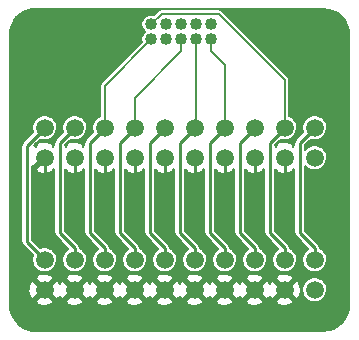
<source format=gbl>
G04 (created by PCBNEW (2013-june-11)-stable) date Thu 28 Aug 2014 05:47:28 PM PDT*
%MOIN*%
G04 Gerber Fmt 3.4, Leading zero omitted, Abs format*
%FSLAX34Y34*%
G01*
G70*
G90*
G04 APERTURE LIST*
%ADD10C,0.00590551*%
%ADD11C,0.0590551*%
%ADD12C,0.04*%
%ADD13C,0.01*%
%ADD14C,0.006*%
%ADD15C,0.008*%
G04 APERTURE END LIST*
G54D10*
G54D11*
X82600Y-55100D03*
X82600Y-56100D03*
X81600Y-55100D03*
X81600Y-56100D03*
X80600Y-55100D03*
X80600Y-56100D03*
X79600Y-55100D03*
X79600Y-56100D03*
X78600Y-55100D03*
X78600Y-56100D03*
X77600Y-55100D03*
X77600Y-56100D03*
X76600Y-55100D03*
X76600Y-56100D03*
X75600Y-55100D03*
X75600Y-56100D03*
X74600Y-55100D03*
X74600Y-56100D03*
X73600Y-55100D03*
X73600Y-56100D03*
X82600Y-50700D03*
X82600Y-51700D03*
X81600Y-50700D03*
X81600Y-51700D03*
X80600Y-50700D03*
X80600Y-51700D03*
X79600Y-50700D03*
X79600Y-51700D03*
X78600Y-50700D03*
X78600Y-51700D03*
X77600Y-50700D03*
X77600Y-51700D03*
X76600Y-50700D03*
X76600Y-51700D03*
X75600Y-50700D03*
X75600Y-51700D03*
X74600Y-50700D03*
X74600Y-51700D03*
X73600Y-50700D03*
X73600Y-51700D03*
G54D12*
X77150Y-47250D03*
X77650Y-47250D03*
X78150Y-47250D03*
X78650Y-47250D03*
X79150Y-47250D03*
X77150Y-47750D03*
X77650Y-47750D03*
X78150Y-47750D03*
X78650Y-47750D03*
X79150Y-47750D03*
G54D13*
X73600Y-50700D02*
X73000Y-51300D01*
X73000Y-54500D02*
X73600Y-55100D01*
X73000Y-51300D02*
X73000Y-54500D01*
X74600Y-50700D02*
X74100Y-51200D01*
X74600Y-54700D02*
X74600Y-55100D01*
X74100Y-54200D02*
X74600Y-54700D01*
X74100Y-51200D02*
X74100Y-54200D01*
G54D14*
X75600Y-50700D02*
X75600Y-49300D01*
X75600Y-49300D02*
X77150Y-47750D01*
G54D13*
X75600Y-50700D02*
X75100Y-51200D01*
X75600Y-54700D02*
X75600Y-55100D01*
X75100Y-54200D02*
X75600Y-54700D01*
X75100Y-51200D02*
X75100Y-54200D01*
X77600Y-50700D02*
X77100Y-51200D01*
X77600Y-54700D02*
X77600Y-55100D01*
X77100Y-54200D02*
X77600Y-54700D01*
X77100Y-51200D02*
X77100Y-54200D01*
G54D15*
X78650Y-47750D02*
X78650Y-50650D01*
X78650Y-50650D02*
X78600Y-50700D01*
G54D13*
X78600Y-50700D02*
X78100Y-51200D01*
X78600Y-54700D02*
X78600Y-55100D01*
X78100Y-54200D02*
X78600Y-54700D01*
X78100Y-51200D02*
X78100Y-54200D01*
X80600Y-50700D02*
X80100Y-51200D01*
X80600Y-54700D02*
X80600Y-55100D01*
X80100Y-54200D02*
X80600Y-54700D01*
X80100Y-51200D02*
X80100Y-54200D01*
G54D15*
X78150Y-47750D02*
X78150Y-48150D01*
X76600Y-49700D02*
X76600Y-50700D01*
X78150Y-48150D02*
X76600Y-49700D01*
G54D13*
X76600Y-50700D02*
X76100Y-51200D01*
X76600Y-54700D02*
X76600Y-55100D01*
X76100Y-54200D02*
X76600Y-54700D01*
X76100Y-51200D02*
X76100Y-54200D01*
G54D15*
X79150Y-47750D02*
X79150Y-48150D01*
X79600Y-48600D02*
X79600Y-50700D01*
X79150Y-48150D02*
X79600Y-48600D01*
G54D13*
X79600Y-50700D02*
X79100Y-51200D01*
X79600Y-54700D02*
X79600Y-55100D01*
X79100Y-54200D02*
X79600Y-54700D01*
X79100Y-51200D02*
X79100Y-54200D01*
X82600Y-50700D02*
X82100Y-51200D01*
X82600Y-54700D02*
X82600Y-55100D01*
X82100Y-54200D02*
X82600Y-54700D01*
X82100Y-51200D02*
X82100Y-54200D01*
G54D14*
X77150Y-47250D02*
X77500Y-46900D01*
X81600Y-49100D02*
X81600Y-50700D01*
X79400Y-46900D02*
X81600Y-49100D01*
X77500Y-46900D02*
X79400Y-46900D01*
G54D13*
X81600Y-50700D02*
X81100Y-51200D01*
X81600Y-54700D02*
X81600Y-55100D01*
X81100Y-54200D02*
X81600Y-54700D01*
X81100Y-51200D02*
X81100Y-54200D01*
X75600Y-51700D02*
X75600Y-54200D01*
X76100Y-55600D02*
X75600Y-56100D01*
X76100Y-54700D02*
X76100Y-55600D01*
X75600Y-54200D02*
X76100Y-54700D01*
X73600Y-51700D02*
X73600Y-54200D01*
X74100Y-55600D02*
X73600Y-56100D01*
X74100Y-54700D02*
X74100Y-55600D01*
X73600Y-54200D02*
X74100Y-54700D01*
X80600Y-51700D02*
X80600Y-54200D01*
X81100Y-55600D02*
X80600Y-56100D01*
X81100Y-54700D02*
X81100Y-55600D01*
X80600Y-54200D02*
X81100Y-54700D01*
X77600Y-51700D02*
X77600Y-54200D01*
X78100Y-55600D02*
X77600Y-56100D01*
X78100Y-54700D02*
X78100Y-55600D01*
X77600Y-54200D02*
X78100Y-54700D01*
X78600Y-51700D02*
X78600Y-54200D01*
X79100Y-55600D02*
X78600Y-56100D01*
X79100Y-54700D02*
X79100Y-55600D01*
X78600Y-54200D02*
X79100Y-54700D01*
X79600Y-51700D02*
X79600Y-54200D01*
X80100Y-55600D02*
X79600Y-56100D01*
X80100Y-54700D02*
X80100Y-55600D01*
X79600Y-54200D02*
X80100Y-54700D01*
X76600Y-51700D02*
X76600Y-54200D01*
X77100Y-55600D02*
X76600Y-56100D01*
X77100Y-54700D02*
X77100Y-55600D01*
X76600Y-54200D02*
X77100Y-54700D01*
X81600Y-51700D02*
X81600Y-54200D01*
X82100Y-55600D02*
X81600Y-56100D01*
X82100Y-54700D02*
X82100Y-55600D01*
X81600Y-54200D02*
X82100Y-54700D01*
X74600Y-51700D02*
X74600Y-54200D01*
X75100Y-55600D02*
X74600Y-56100D01*
X75100Y-54700D02*
X75100Y-55600D01*
X74600Y-54200D02*
X75100Y-54700D01*
G54D10*
G36*
X74690Y-51705D02*
X74605Y-51790D01*
X74600Y-51784D01*
X74594Y-51790D01*
X74509Y-51705D01*
X74515Y-51700D01*
X74509Y-51694D01*
X74594Y-51609D01*
X74600Y-51615D01*
X74605Y-51609D01*
X74690Y-51694D01*
X74684Y-51700D01*
X74690Y-51705D01*
X74690Y-51705D01*
G37*
G54D15*
X74690Y-51705D02*
X74605Y-51790D01*
X74600Y-51784D01*
X74594Y-51790D01*
X74509Y-51705D01*
X74515Y-51700D01*
X74509Y-51694D01*
X74594Y-51609D01*
X74600Y-51615D01*
X74605Y-51609D01*
X74690Y-51694D01*
X74684Y-51700D01*
X74690Y-51705D01*
G54D10*
G36*
X75690Y-51705D02*
X75605Y-51790D01*
X75600Y-51784D01*
X75594Y-51790D01*
X75509Y-51705D01*
X75515Y-51700D01*
X75509Y-51694D01*
X75594Y-51609D01*
X75600Y-51615D01*
X75605Y-51609D01*
X75690Y-51694D01*
X75684Y-51700D01*
X75690Y-51705D01*
X75690Y-51705D01*
G37*
G54D15*
X75690Y-51705D02*
X75605Y-51790D01*
X75600Y-51784D01*
X75594Y-51790D01*
X75509Y-51705D01*
X75515Y-51700D01*
X75509Y-51694D01*
X75594Y-51609D01*
X75600Y-51615D01*
X75605Y-51609D01*
X75690Y-51694D01*
X75684Y-51700D01*
X75690Y-51705D01*
G54D10*
G36*
X76690Y-51705D02*
X76605Y-51790D01*
X76600Y-51784D01*
X76594Y-51790D01*
X76509Y-51705D01*
X76515Y-51700D01*
X76509Y-51694D01*
X76594Y-51609D01*
X76600Y-51615D01*
X76605Y-51609D01*
X76690Y-51694D01*
X76684Y-51700D01*
X76690Y-51705D01*
X76690Y-51705D01*
G37*
G54D15*
X76690Y-51705D02*
X76605Y-51790D01*
X76600Y-51784D01*
X76594Y-51790D01*
X76509Y-51705D01*
X76515Y-51700D01*
X76509Y-51694D01*
X76594Y-51609D01*
X76600Y-51615D01*
X76605Y-51609D01*
X76690Y-51694D01*
X76684Y-51700D01*
X76690Y-51705D01*
G54D10*
G36*
X77690Y-51705D02*
X77605Y-51790D01*
X77600Y-51784D01*
X77594Y-51790D01*
X77509Y-51705D01*
X77515Y-51700D01*
X77509Y-51694D01*
X77594Y-51609D01*
X77600Y-51615D01*
X77605Y-51609D01*
X77690Y-51694D01*
X77684Y-51700D01*
X77690Y-51705D01*
X77690Y-51705D01*
G37*
G54D15*
X77690Y-51705D02*
X77605Y-51790D01*
X77600Y-51784D01*
X77594Y-51790D01*
X77509Y-51705D01*
X77515Y-51700D01*
X77509Y-51694D01*
X77594Y-51609D01*
X77600Y-51615D01*
X77605Y-51609D01*
X77690Y-51694D01*
X77684Y-51700D01*
X77690Y-51705D01*
G54D10*
G36*
X78690Y-51705D02*
X78605Y-51790D01*
X78600Y-51784D01*
X78594Y-51790D01*
X78509Y-51705D01*
X78515Y-51700D01*
X78509Y-51694D01*
X78594Y-51609D01*
X78600Y-51615D01*
X78605Y-51609D01*
X78690Y-51694D01*
X78684Y-51700D01*
X78690Y-51705D01*
X78690Y-51705D01*
G37*
G54D15*
X78690Y-51705D02*
X78605Y-51790D01*
X78600Y-51784D01*
X78594Y-51790D01*
X78509Y-51705D01*
X78515Y-51700D01*
X78509Y-51694D01*
X78594Y-51609D01*
X78600Y-51615D01*
X78605Y-51609D01*
X78690Y-51694D01*
X78684Y-51700D01*
X78690Y-51705D01*
G54D10*
G36*
X78740Y-47255D02*
X78655Y-47340D01*
X78650Y-47334D01*
X78644Y-47340D01*
X78559Y-47255D01*
X78565Y-47250D01*
X78559Y-47244D01*
X78644Y-47159D01*
X78650Y-47165D01*
X78655Y-47159D01*
X78740Y-47244D01*
X78734Y-47250D01*
X78740Y-47255D01*
X78740Y-47255D01*
G37*
G54D15*
X78740Y-47255D02*
X78655Y-47340D01*
X78650Y-47334D01*
X78644Y-47340D01*
X78559Y-47255D01*
X78565Y-47250D01*
X78559Y-47244D01*
X78644Y-47159D01*
X78650Y-47165D01*
X78655Y-47159D01*
X78740Y-47244D01*
X78734Y-47250D01*
X78740Y-47255D01*
G54D10*
G36*
X79690Y-51705D02*
X79605Y-51790D01*
X79600Y-51784D01*
X79594Y-51790D01*
X79509Y-51705D01*
X79515Y-51700D01*
X79509Y-51694D01*
X79594Y-51609D01*
X79600Y-51615D01*
X79605Y-51609D01*
X79690Y-51694D01*
X79684Y-51700D01*
X79690Y-51705D01*
X79690Y-51705D01*
G37*
G54D15*
X79690Y-51705D02*
X79605Y-51790D01*
X79600Y-51784D01*
X79594Y-51790D01*
X79509Y-51705D01*
X79515Y-51700D01*
X79509Y-51694D01*
X79594Y-51609D01*
X79600Y-51615D01*
X79605Y-51609D01*
X79690Y-51694D01*
X79684Y-51700D01*
X79690Y-51705D01*
G54D10*
G36*
X80690Y-51705D02*
X80605Y-51790D01*
X80600Y-51784D01*
X80594Y-51790D01*
X80509Y-51705D01*
X80515Y-51700D01*
X80509Y-51694D01*
X80594Y-51609D01*
X80600Y-51615D01*
X80605Y-51609D01*
X80690Y-51694D01*
X80684Y-51700D01*
X80690Y-51705D01*
X80690Y-51705D01*
G37*
G54D15*
X80690Y-51705D02*
X80605Y-51790D01*
X80600Y-51784D01*
X80594Y-51790D01*
X80509Y-51705D01*
X80515Y-51700D01*
X80509Y-51694D01*
X80594Y-51609D01*
X80600Y-51615D01*
X80605Y-51609D01*
X80690Y-51694D01*
X80684Y-51700D01*
X80690Y-51705D01*
G54D10*
G36*
X81690Y-51705D02*
X81605Y-51790D01*
X81600Y-51784D01*
X81594Y-51790D01*
X81509Y-51705D01*
X81515Y-51700D01*
X81509Y-51694D01*
X81594Y-51609D01*
X81600Y-51615D01*
X81605Y-51609D01*
X81690Y-51694D01*
X81684Y-51700D01*
X81690Y-51705D01*
X81690Y-51705D01*
G37*
G54D15*
X81690Y-51705D02*
X81605Y-51790D01*
X81600Y-51784D01*
X81594Y-51790D01*
X81509Y-51705D01*
X81515Y-51700D01*
X81509Y-51694D01*
X81594Y-51609D01*
X81600Y-51615D01*
X81605Y-51609D01*
X81690Y-51694D01*
X81684Y-51700D01*
X81690Y-51705D01*
G54D10*
G36*
X83760Y-56593D02*
X83743Y-56766D01*
X83694Y-56927D01*
X83616Y-57075D01*
X83509Y-57205D01*
X83380Y-57312D01*
X83233Y-57392D01*
X83072Y-57442D01*
X83015Y-57448D01*
X83015Y-56059D01*
X83015Y-55059D01*
X82999Y-54979D01*
X82968Y-54904D01*
X82923Y-54836D01*
X82865Y-54778D01*
X82798Y-54732D01*
X82770Y-54720D01*
X82770Y-54700D01*
X82768Y-54684D01*
X82767Y-54668D01*
X82766Y-54667D01*
X82766Y-54666D01*
X82762Y-54651D01*
X82757Y-54636D01*
X82757Y-54636D01*
X82757Y-54635D01*
X82749Y-54621D01*
X82742Y-54607D01*
X82742Y-54606D01*
X82741Y-54605D01*
X82731Y-54593D01*
X82721Y-54581D01*
X82720Y-54580D01*
X82720Y-54580D01*
X82720Y-54580D01*
X82720Y-54579D01*
X82270Y-54129D01*
X82270Y-51954D01*
X82272Y-51959D01*
X82329Y-52017D01*
X82396Y-52064D01*
X82471Y-52096D01*
X82550Y-52114D01*
X82632Y-52116D01*
X82712Y-52101D01*
X82788Y-52072D01*
X82856Y-52028D01*
X82915Y-51972D01*
X82962Y-51906D01*
X82995Y-51831D01*
X83013Y-51752D01*
X83015Y-51659D01*
X82999Y-51579D01*
X82968Y-51504D01*
X82923Y-51436D01*
X82865Y-51378D01*
X82798Y-51332D01*
X82723Y-51301D01*
X82643Y-51285D01*
X82562Y-51284D01*
X82482Y-51299D01*
X82406Y-51330D01*
X82338Y-51374D01*
X82280Y-51431D01*
X82270Y-51446D01*
X82270Y-51270D01*
X82451Y-51088D01*
X82471Y-51096D01*
X82550Y-51114D01*
X82632Y-51116D01*
X82712Y-51101D01*
X82788Y-51072D01*
X82856Y-51028D01*
X82915Y-50972D01*
X82962Y-50906D01*
X82995Y-50831D01*
X83013Y-50752D01*
X83015Y-50659D01*
X82999Y-50579D01*
X82968Y-50504D01*
X82923Y-50436D01*
X82865Y-50378D01*
X82798Y-50332D01*
X82723Y-50301D01*
X82643Y-50285D01*
X82562Y-50284D01*
X82482Y-50299D01*
X82406Y-50330D01*
X82338Y-50374D01*
X82280Y-50431D01*
X82234Y-50498D01*
X82202Y-50573D01*
X82185Y-50653D01*
X82184Y-50734D01*
X82198Y-50815D01*
X82211Y-50847D01*
X81979Y-51079D01*
X81969Y-51091D01*
X81959Y-51103D01*
X81959Y-51104D01*
X81958Y-51105D01*
X81951Y-51119D01*
X81943Y-51133D01*
X81943Y-51133D01*
X81943Y-51134D01*
X81938Y-51149D01*
X81933Y-51164D01*
X81933Y-51165D01*
X81933Y-51166D01*
X81931Y-51182D01*
X81930Y-51197D01*
X81930Y-51199D01*
X81930Y-51199D01*
X81930Y-51199D01*
X81930Y-51200D01*
X81930Y-51285D01*
X81892Y-51322D01*
X81865Y-51232D01*
X81769Y-51189D01*
X81667Y-51166D01*
X81562Y-51163D01*
X81458Y-51180D01*
X81360Y-51218D01*
X81334Y-51232D01*
X81307Y-51322D01*
X81270Y-51285D01*
X81270Y-51270D01*
X81451Y-51088D01*
X81471Y-51096D01*
X81550Y-51114D01*
X81632Y-51116D01*
X81712Y-51101D01*
X81788Y-51072D01*
X81856Y-51028D01*
X81915Y-50972D01*
X81962Y-50906D01*
X81995Y-50831D01*
X82013Y-50752D01*
X82015Y-50659D01*
X81999Y-50579D01*
X81968Y-50504D01*
X81923Y-50436D01*
X81865Y-50378D01*
X81798Y-50332D01*
X81750Y-50312D01*
X81750Y-49100D01*
X81748Y-49086D01*
X81747Y-49072D01*
X81747Y-49071D01*
X81747Y-49070D01*
X81743Y-49057D01*
X81739Y-49044D01*
X81738Y-49043D01*
X81738Y-49042D01*
X81732Y-49030D01*
X81725Y-49018D01*
X81725Y-49017D01*
X81724Y-49016D01*
X81716Y-49006D01*
X81707Y-48995D01*
X81706Y-48994D01*
X81706Y-48994D01*
X81706Y-48994D01*
X81706Y-48993D01*
X79506Y-46793D01*
X79495Y-46785D01*
X79484Y-46776D01*
X79484Y-46775D01*
X79483Y-46775D01*
X79471Y-46768D01*
X79459Y-46762D01*
X79458Y-46761D01*
X79457Y-46761D01*
X79444Y-46757D01*
X79431Y-46753D01*
X79430Y-46753D01*
X79429Y-46752D01*
X79415Y-46751D01*
X79402Y-46750D01*
X79400Y-46750D01*
X79400Y-46750D01*
X79400Y-46750D01*
X79400Y-46750D01*
X77500Y-46750D01*
X77486Y-46751D01*
X77472Y-46752D01*
X77471Y-46752D01*
X77470Y-46752D01*
X77457Y-46756D01*
X77444Y-46760D01*
X77443Y-46761D01*
X77442Y-46761D01*
X77430Y-46767D01*
X77418Y-46774D01*
X77417Y-46774D01*
X77416Y-46775D01*
X77406Y-46783D01*
X77395Y-46792D01*
X77394Y-46793D01*
X77394Y-46793D01*
X77394Y-46793D01*
X77393Y-46793D01*
X77245Y-46942D01*
X77183Y-46930D01*
X77120Y-46929D01*
X77059Y-46941D01*
X77001Y-46965D01*
X76948Y-46999D01*
X76903Y-47043D01*
X76868Y-47095D01*
X76843Y-47152D01*
X76830Y-47214D01*
X76829Y-47276D01*
X76840Y-47338D01*
X76864Y-47396D01*
X76898Y-47449D01*
X76941Y-47494D01*
X76948Y-47499D01*
X76903Y-47543D01*
X76868Y-47595D01*
X76843Y-47652D01*
X76830Y-47714D01*
X76829Y-47776D01*
X76840Y-47838D01*
X76843Y-47844D01*
X75493Y-49193D01*
X75485Y-49204D01*
X75476Y-49215D01*
X75475Y-49215D01*
X75475Y-49216D01*
X75468Y-49228D01*
X75462Y-49240D01*
X75461Y-49241D01*
X75461Y-49242D01*
X75457Y-49255D01*
X75453Y-49268D01*
X75453Y-49269D01*
X75452Y-49270D01*
X75451Y-49284D01*
X75450Y-49297D01*
X75450Y-49299D01*
X75450Y-49299D01*
X75450Y-49299D01*
X75450Y-49300D01*
X75450Y-50312D01*
X75406Y-50330D01*
X75338Y-50374D01*
X75280Y-50431D01*
X75234Y-50498D01*
X75202Y-50573D01*
X75185Y-50653D01*
X75184Y-50734D01*
X75198Y-50815D01*
X75211Y-50847D01*
X74979Y-51079D01*
X74969Y-51091D01*
X74959Y-51103D01*
X74959Y-51104D01*
X74958Y-51105D01*
X74951Y-51119D01*
X74943Y-51133D01*
X74943Y-51133D01*
X74943Y-51134D01*
X74938Y-51149D01*
X74933Y-51164D01*
X74933Y-51165D01*
X74933Y-51166D01*
X74931Y-51182D01*
X74930Y-51197D01*
X74930Y-51199D01*
X74930Y-51199D01*
X74930Y-51199D01*
X74930Y-51200D01*
X74930Y-51285D01*
X74892Y-51322D01*
X74865Y-51232D01*
X74769Y-51189D01*
X74667Y-51166D01*
X74562Y-51163D01*
X74458Y-51180D01*
X74360Y-51218D01*
X74334Y-51232D01*
X74307Y-51322D01*
X74270Y-51285D01*
X74270Y-51270D01*
X74451Y-51088D01*
X74471Y-51096D01*
X74550Y-51114D01*
X74632Y-51116D01*
X74712Y-51101D01*
X74788Y-51072D01*
X74856Y-51028D01*
X74915Y-50972D01*
X74962Y-50906D01*
X74995Y-50831D01*
X75013Y-50752D01*
X75015Y-50659D01*
X74999Y-50579D01*
X74968Y-50504D01*
X74923Y-50436D01*
X74865Y-50378D01*
X74798Y-50332D01*
X74723Y-50301D01*
X74643Y-50285D01*
X74562Y-50284D01*
X74482Y-50299D01*
X74406Y-50330D01*
X74338Y-50374D01*
X74280Y-50431D01*
X74234Y-50498D01*
X74202Y-50573D01*
X74185Y-50653D01*
X74184Y-50734D01*
X74198Y-50815D01*
X74211Y-50847D01*
X73979Y-51079D01*
X73969Y-51091D01*
X73959Y-51103D01*
X73959Y-51104D01*
X73958Y-51105D01*
X73951Y-51119D01*
X73943Y-51133D01*
X73943Y-51133D01*
X73943Y-51134D01*
X73938Y-51149D01*
X73933Y-51164D01*
X73933Y-51165D01*
X73933Y-51166D01*
X73931Y-51182D01*
X73930Y-51197D01*
X73930Y-51199D01*
X73930Y-51199D01*
X73930Y-51199D01*
X73930Y-51200D01*
X73930Y-51285D01*
X73892Y-51322D01*
X73865Y-51232D01*
X73769Y-51189D01*
X73667Y-51166D01*
X73562Y-51163D01*
X73458Y-51180D01*
X73360Y-51218D01*
X73334Y-51232D01*
X73307Y-51322D01*
X73262Y-51277D01*
X73451Y-51088D01*
X73471Y-51096D01*
X73550Y-51114D01*
X73632Y-51116D01*
X73712Y-51101D01*
X73788Y-51072D01*
X73856Y-51028D01*
X73915Y-50972D01*
X73962Y-50906D01*
X73995Y-50831D01*
X74013Y-50752D01*
X74015Y-50659D01*
X73999Y-50579D01*
X73968Y-50504D01*
X73923Y-50436D01*
X73865Y-50378D01*
X73798Y-50332D01*
X73723Y-50301D01*
X73643Y-50285D01*
X73562Y-50284D01*
X73482Y-50299D01*
X73406Y-50330D01*
X73338Y-50374D01*
X73280Y-50431D01*
X73234Y-50498D01*
X73202Y-50573D01*
X73185Y-50653D01*
X73184Y-50734D01*
X73198Y-50815D01*
X73211Y-50847D01*
X72879Y-51179D01*
X72869Y-51191D01*
X72859Y-51203D01*
X72859Y-51204D01*
X72858Y-51205D01*
X72851Y-51219D01*
X72843Y-51233D01*
X72843Y-51233D01*
X72843Y-51234D01*
X72838Y-51249D01*
X72833Y-51264D01*
X72833Y-51265D01*
X72833Y-51266D01*
X72831Y-51282D01*
X72830Y-51297D01*
X72830Y-51299D01*
X72830Y-51299D01*
X72830Y-51299D01*
X72830Y-51300D01*
X72830Y-54500D01*
X72831Y-54515D01*
X72832Y-54531D01*
X72833Y-54532D01*
X72833Y-54533D01*
X72837Y-54548D01*
X72842Y-54563D01*
X72842Y-54563D01*
X72842Y-54564D01*
X72850Y-54578D01*
X72857Y-54592D01*
X72857Y-54593D01*
X72858Y-54594D01*
X72868Y-54606D01*
X72878Y-54618D01*
X72879Y-54619D01*
X72879Y-54619D01*
X72879Y-54619D01*
X72879Y-54620D01*
X73211Y-54952D01*
X73202Y-54973D01*
X73185Y-55053D01*
X73184Y-55134D01*
X73198Y-55215D01*
X73228Y-55290D01*
X73272Y-55359D01*
X73329Y-55417D01*
X73396Y-55464D01*
X73471Y-55496D01*
X73550Y-55514D01*
X73632Y-55516D01*
X73712Y-55501D01*
X73788Y-55472D01*
X73856Y-55428D01*
X73915Y-55372D01*
X73962Y-55306D01*
X73995Y-55231D01*
X74013Y-55152D01*
X74015Y-55059D01*
X73999Y-54979D01*
X73968Y-54904D01*
X73923Y-54836D01*
X73892Y-54805D01*
X73865Y-54778D01*
X73798Y-54732D01*
X73723Y-54701D01*
X73643Y-54685D01*
X73562Y-54684D01*
X73482Y-54699D01*
X73452Y-54711D01*
X73170Y-54429D01*
X73170Y-51977D01*
X73222Y-51992D01*
X73515Y-51700D01*
X73509Y-51694D01*
X73594Y-51609D01*
X73600Y-51615D01*
X73605Y-51609D01*
X73690Y-51694D01*
X73684Y-51700D01*
X73690Y-51705D01*
X73605Y-51790D01*
X73600Y-51784D01*
X73307Y-52077D01*
X73334Y-52167D01*
X73430Y-52210D01*
X73532Y-52233D01*
X73637Y-52236D01*
X73741Y-52219D01*
X73839Y-52181D01*
X73865Y-52167D01*
X73892Y-52077D01*
X73892Y-52077D01*
X73930Y-52114D01*
X73930Y-54200D01*
X73931Y-54215D01*
X73932Y-54231D01*
X73933Y-54232D01*
X73933Y-54233D01*
X73937Y-54248D01*
X73942Y-54263D01*
X73942Y-54263D01*
X73942Y-54264D01*
X73950Y-54278D01*
X73957Y-54292D01*
X73957Y-54293D01*
X73958Y-54294D01*
X73968Y-54306D01*
X73978Y-54318D01*
X73979Y-54319D01*
X73979Y-54319D01*
X73979Y-54319D01*
X73979Y-54320D01*
X74396Y-54736D01*
X74338Y-54774D01*
X74280Y-54831D01*
X74234Y-54898D01*
X74202Y-54973D01*
X74185Y-55053D01*
X74184Y-55134D01*
X74198Y-55215D01*
X74228Y-55290D01*
X74272Y-55359D01*
X74329Y-55417D01*
X74396Y-55464D01*
X74471Y-55496D01*
X74550Y-55514D01*
X74632Y-55516D01*
X74712Y-55501D01*
X74788Y-55472D01*
X74856Y-55428D01*
X74915Y-55372D01*
X74962Y-55306D01*
X74995Y-55231D01*
X75013Y-55152D01*
X75015Y-55059D01*
X74999Y-54979D01*
X74968Y-54904D01*
X74923Y-54836D01*
X74892Y-54805D01*
X74865Y-54778D01*
X74798Y-54732D01*
X74770Y-54720D01*
X74770Y-54700D01*
X74768Y-54684D01*
X74767Y-54668D01*
X74766Y-54667D01*
X74766Y-54666D01*
X74762Y-54651D01*
X74757Y-54636D01*
X74757Y-54636D01*
X74757Y-54635D01*
X74749Y-54621D01*
X74742Y-54607D01*
X74742Y-54606D01*
X74741Y-54605D01*
X74731Y-54593D01*
X74721Y-54581D01*
X74720Y-54580D01*
X74720Y-54580D01*
X74720Y-54580D01*
X74720Y-54579D01*
X74270Y-54129D01*
X74270Y-52114D01*
X74307Y-52077D01*
X74334Y-52167D01*
X74430Y-52210D01*
X74532Y-52233D01*
X74637Y-52236D01*
X74741Y-52219D01*
X74839Y-52181D01*
X74865Y-52167D01*
X74892Y-52077D01*
X74892Y-52077D01*
X74930Y-52114D01*
X74930Y-54200D01*
X74931Y-54215D01*
X74932Y-54231D01*
X74933Y-54232D01*
X74933Y-54233D01*
X74937Y-54248D01*
X74942Y-54263D01*
X74942Y-54263D01*
X74942Y-54264D01*
X74950Y-54278D01*
X74957Y-54292D01*
X74957Y-54293D01*
X74958Y-54294D01*
X74968Y-54306D01*
X74978Y-54318D01*
X74979Y-54319D01*
X74979Y-54319D01*
X74979Y-54319D01*
X74979Y-54320D01*
X75396Y-54736D01*
X75338Y-54774D01*
X75280Y-54831D01*
X75234Y-54898D01*
X75202Y-54973D01*
X75185Y-55053D01*
X75184Y-55134D01*
X75198Y-55215D01*
X75228Y-55290D01*
X75272Y-55359D01*
X75329Y-55417D01*
X75396Y-55464D01*
X75471Y-55496D01*
X75550Y-55514D01*
X75632Y-55516D01*
X75712Y-55501D01*
X75788Y-55472D01*
X75856Y-55428D01*
X75915Y-55372D01*
X75962Y-55306D01*
X75995Y-55231D01*
X76013Y-55152D01*
X76015Y-55059D01*
X75999Y-54979D01*
X75968Y-54904D01*
X75923Y-54836D01*
X75892Y-54805D01*
X75865Y-54778D01*
X75798Y-54732D01*
X75770Y-54720D01*
X75770Y-54700D01*
X75768Y-54684D01*
X75767Y-54668D01*
X75766Y-54667D01*
X75766Y-54666D01*
X75762Y-54651D01*
X75757Y-54636D01*
X75757Y-54636D01*
X75757Y-54635D01*
X75749Y-54621D01*
X75742Y-54607D01*
X75742Y-54606D01*
X75741Y-54605D01*
X75731Y-54593D01*
X75721Y-54581D01*
X75720Y-54580D01*
X75720Y-54580D01*
X75720Y-54580D01*
X75720Y-54579D01*
X75270Y-54129D01*
X75270Y-52114D01*
X75307Y-52077D01*
X75334Y-52167D01*
X75430Y-52210D01*
X75532Y-52233D01*
X75637Y-52236D01*
X75741Y-52219D01*
X75839Y-52181D01*
X75865Y-52167D01*
X75892Y-52077D01*
X75892Y-52077D01*
X75930Y-52114D01*
X75930Y-54200D01*
X75931Y-54215D01*
X75932Y-54231D01*
X75933Y-54232D01*
X75933Y-54233D01*
X75937Y-54248D01*
X75942Y-54263D01*
X75942Y-54263D01*
X75942Y-54264D01*
X75950Y-54278D01*
X75957Y-54292D01*
X75957Y-54293D01*
X75958Y-54294D01*
X75968Y-54306D01*
X75978Y-54318D01*
X75979Y-54319D01*
X75979Y-54319D01*
X75979Y-54319D01*
X75979Y-54320D01*
X76396Y-54736D01*
X76338Y-54774D01*
X76280Y-54831D01*
X76234Y-54898D01*
X76202Y-54973D01*
X76185Y-55053D01*
X76184Y-55134D01*
X76198Y-55215D01*
X76228Y-55290D01*
X76272Y-55359D01*
X76329Y-55417D01*
X76396Y-55464D01*
X76471Y-55496D01*
X76550Y-55514D01*
X76632Y-55516D01*
X76712Y-55501D01*
X76788Y-55472D01*
X76856Y-55428D01*
X76915Y-55372D01*
X76962Y-55306D01*
X76995Y-55231D01*
X77013Y-55152D01*
X77015Y-55059D01*
X76999Y-54979D01*
X76968Y-54904D01*
X76923Y-54836D01*
X76892Y-54805D01*
X76865Y-54778D01*
X76798Y-54732D01*
X76770Y-54720D01*
X76770Y-54700D01*
X76768Y-54684D01*
X76767Y-54668D01*
X76766Y-54667D01*
X76766Y-54666D01*
X76762Y-54651D01*
X76757Y-54636D01*
X76757Y-54636D01*
X76757Y-54635D01*
X76749Y-54621D01*
X76742Y-54607D01*
X76742Y-54606D01*
X76741Y-54605D01*
X76731Y-54593D01*
X76721Y-54581D01*
X76720Y-54580D01*
X76720Y-54580D01*
X76720Y-54580D01*
X76720Y-54579D01*
X76270Y-54129D01*
X76270Y-52114D01*
X76307Y-52077D01*
X76334Y-52167D01*
X76430Y-52210D01*
X76532Y-52233D01*
X76637Y-52236D01*
X76741Y-52219D01*
X76839Y-52181D01*
X76865Y-52167D01*
X76892Y-52077D01*
X76892Y-52077D01*
X76930Y-52114D01*
X76930Y-54200D01*
X76931Y-54215D01*
X76932Y-54231D01*
X76933Y-54232D01*
X76933Y-54233D01*
X76937Y-54248D01*
X76942Y-54263D01*
X76942Y-54263D01*
X76942Y-54264D01*
X76950Y-54278D01*
X76957Y-54292D01*
X76957Y-54293D01*
X76958Y-54294D01*
X76968Y-54306D01*
X76978Y-54318D01*
X76979Y-54319D01*
X76979Y-54319D01*
X76979Y-54319D01*
X76979Y-54320D01*
X77396Y-54736D01*
X77338Y-54774D01*
X77280Y-54831D01*
X77234Y-54898D01*
X77202Y-54973D01*
X77185Y-55053D01*
X77184Y-55134D01*
X77198Y-55215D01*
X77228Y-55290D01*
X77272Y-55359D01*
X77329Y-55417D01*
X77396Y-55464D01*
X77471Y-55496D01*
X77550Y-55514D01*
X77632Y-55516D01*
X77712Y-55501D01*
X77788Y-55472D01*
X77856Y-55428D01*
X77915Y-55372D01*
X77962Y-55306D01*
X77995Y-55231D01*
X78013Y-55152D01*
X78015Y-55059D01*
X77999Y-54979D01*
X77968Y-54904D01*
X77923Y-54836D01*
X77892Y-54805D01*
X77865Y-54778D01*
X77798Y-54732D01*
X77770Y-54720D01*
X77770Y-54700D01*
X77768Y-54684D01*
X77767Y-54668D01*
X77766Y-54667D01*
X77766Y-54666D01*
X77762Y-54651D01*
X77757Y-54636D01*
X77757Y-54636D01*
X77757Y-54635D01*
X77749Y-54621D01*
X77742Y-54607D01*
X77742Y-54606D01*
X77741Y-54605D01*
X77731Y-54593D01*
X77721Y-54581D01*
X77720Y-54580D01*
X77720Y-54580D01*
X77720Y-54580D01*
X77720Y-54579D01*
X77270Y-54129D01*
X77270Y-52114D01*
X77307Y-52077D01*
X77334Y-52167D01*
X77430Y-52210D01*
X77532Y-52233D01*
X77637Y-52236D01*
X77741Y-52219D01*
X77839Y-52181D01*
X77865Y-52167D01*
X77892Y-52077D01*
X77892Y-52077D01*
X77930Y-52114D01*
X77930Y-54200D01*
X77931Y-54215D01*
X77932Y-54231D01*
X77933Y-54232D01*
X77933Y-54233D01*
X77937Y-54248D01*
X77942Y-54263D01*
X77942Y-54263D01*
X77942Y-54264D01*
X77950Y-54278D01*
X77957Y-54292D01*
X77957Y-54293D01*
X77958Y-54294D01*
X77968Y-54306D01*
X77978Y-54318D01*
X77979Y-54319D01*
X77979Y-54319D01*
X77979Y-54319D01*
X77979Y-54320D01*
X78396Y-54736D01*
X78338Y-54774D01*
X78280Y-54831D01*
X78234Y-54898D01*
X78202Y-54973D01*
X78185Y-55053D01*
X78184Y-55134D01*
X78198Y-55215D01*
X78228Y-55290D01*
X78272Y-55359D01*
X78329Y-55417D01*
X78396Y-55464D01*
X78471Y-55496D01*
X78550Y-55514D01*
X78632Y-55516D01*
X78712Y-55501D01*
X78788Y-55472D01*
X78856Y-55428D01*
X78915Y-55372D01*
X78962Y-55306D01*
X78995Y-55231D01*
X79013Y-55152D01*
X79015Y-55059D01*
X78999Y-54979D01*
X78968Y-54904D01*
X78923Y-54836D01*
X78892Y-54805D01*
X78865Y-54778D01*
X78798Y-54732D01*
X78770Y-54720D01*
X78770Y-54700D01*
X78768Y-54684D01*
X78767Y-54668D01*
X78766Y-54667D01*
X78766Y-54666D01*
X78762Y-54651D01*
X78757Y-54636D01*
X78757Y-54636D01*
X78757Y-54635D01*
X78749Y-54621D01*
X78742Y-54607D01*
X78742Y-54606D01*
X78741Y-54605D01*
X78731Y-54593D01*
X78721Y-54581D01*
X78720Y-54580D01*
X78720Y-54580D01*
X78720Y-54580D01*
X78720Y-54579D01*
X78270Y-54129D01*
X78270Y-52114D01*
X78307Y-52077D01*
X78334Y-52167D01*
X78430Y-52210D01*
X78532Y-52233D01*
X78637Y-52236D01*
X78741Y-52219D01*
X78839Y-52181D01*
X78865Y-52167D01*
X78892Y-52077D01*
X78892Y-52077D01*
X78930Y-52114D01*
X78930Y-54200D01*
X78931Y-54215D01*
X78932Y-54231D01*
X78933Y-54232D01*
X78933Y-54233D01*
X78937Y-54248D01*
X78942Y-54263D01*
X78942Y-54263D01*
X78942Y-54264D01*
X78950Y-54278D01*
X78957Y-54292D01*
X78957Y-54293D01*
X78958Y-54294D01*
X78968Y-54306D01*
X78978Y-54318D01*
X78979Y-54319D01*
X78979Y-54319D01*
X78979Y-54319D01*
X78979Y-54320D01*
X79396Y-54736D01*
X79338Y-54774D01*
X79280Y-54831D01*
X79234Y-54898D01*
X79202Y-54973D01*
X79185Y-55053D01*
X79184Y-55134D01*
X79198Y-55215D01*
X79228Y-55290D01*
X79272Y-55359D01*
X79329Y-55417D01*
X79396Y-55464D01*
X79471Y-55496D01*
X79550Y-55514D01*
X79632Y-55516D01*
X79712Y-55501D01*
X79788Y-55472D01*
X79856Y-55428D01*
X79915Y-55372D01*
X79962Y-55306D01*
X79995Y-55231D01*
X80013Y-55152D01*
X80015Y-55059D01*
X79999Y-54979D01*
X79968Y-54904D01*
X79923Y-54836D01*
X79892Y-54805D01*
X79865Y-54778D01*
X79798Y-54732D01*
X79770Y-54720D01*
X79770Y-54700D01*
X79768Y-54684D01*
X79767Y-54668D01*
X79766Y-54667D01*
X79766Y-54666D01*
X79762Y-54651D01*
X79757Y-54636D01*
X79757Y-54636D01*
X79757Y-54635D01*
X79749Y-54621D01*
X79742Y-54607D01*
X79742Y-54606D01*
X79741Y-54605D01*
X79731Y-54593D01*
X79721Y-54581D01*
X79720Y-54580D01*
X79720Y-54580D01*
X79720Y-54580D01*
X79720Y-54579D01*
X79270Y-54129D01*
X79270Y-52114D01*
X79307Y-52077D01*
X79334Y-52167D01*
X79430Y-52210D01*
X79532Y-52233D01*
X79637Y-52236D01*
X79741Y-52219D01*
X79839Y-52181D01*
X79865Y-52167D01*
X79892Y-52077D01*
X79892Y-52077D01*
X79930Y-52114D01*
X79930Y-54200D01*
X79931Y-54215D01*
X79932Y-54231D01*
X79933Y-54232D01*
X79933Y-54233D01*
X79937Y-54248D01*
X79942Y-54263D01*
X79942Y-54263D01*
X79942Y-54264D01*
X79950Y-54278D01*
X79957Y-54292D01*
X79957Y-54293D01*
X79958Y-54294D01*
X79968Y-54306D01*
X79978Y-54318D01*
X79979Y-54319D01*
X79979Y-54319D01*
X79979Y-54319D01*
X79979Y-54320D01*
X80396Y-54736D01*
X80338Y-54774D01*
X80280Y-54831D01*
X80234Y-54898D01*
X80202Y-54973D01*
X80185Y-55053D01*
X80184Y-55134D01*
X80198Y-55215D01*
X80228Y-55290D01*
X80272Y-55359D01*
X80329Y-55417D01*
X80396Y-55464D01*
X80471Y-55496D01*
X80550Y-55514D01*
X80632Y-55516D01*
X80712Y-55501D01*
X80788Y-55472D01*
X80856Y-55428D01*
X80915Y-55372D01*
X80962Y-55306D01*
X80995Y-55231D01*
X81013Y-55152D01*
X81015Y-55059D01*
X80999Y-54979D01*
X80968Y-54904D01*
X80923Y-54836D01*
X80892Y-54805D01*
X80865Y-54778D01*
X80798Y-54732D01*
X80770Y-54720D01*
X80770Y-54700D01*
X80768Y-54684D01*
X80767Y-54668D01*
X80766Y-54667D01*
X80766Y-54666D01*
X80762Y-54651D01*
X80757Y-54636D01*
X80757Y-54636D01*
X80757Y-54635D01*
X80749Y-54621D01*
X80742Y-54607D01*
X80742Y-54606D01*
X80741Y-54605D01*
X80731Y-54593D01*
X80721Y-54581D01*
X80720Y-54580D01*
X80720Y-54580D01*
X80720Y-54580D01*
X80720Y-54579D01*
X80270Y-54129D01*
X80270Y-52114D01*
X80307Y-52077D01*
X80334Y-52167D01*
X80430Y-52210D01*
X80532Y-52233D01*
X80637Y-52236D01*
X80741Y-52219D01*
X80839Y-52181D01*
X80865Y-52167D01*
X80892Y-52077D01*
X80892Y-52077D01*
X80930Y-52114D01*
X80930Y-54200D01*
X80931Y-54215D01*
X80932Y-54231D01*
X80933Y-54232D01*
X80933Y-54233D01*
X80937Y-54248D01*
X80942Y-54263D01*
X80942Y-54263D01*
X80942Y-54264D01*
X80950Y-54278D01*
X80957Y-54292D01*
X80957Y-54293D01*
X80958Y-54294D01*
X80968Y-54306D01*
X80978Y-54318D01*
X80979Y-54319D01*
X80979Y-54319D01*
X80979Y-54319D01*
X80979Y-54320D01*
X81396Y-54736D01*
X81338Y-54774D01*
X81280Y-54831D01*
X81234Y-54898D01*
X81202Y-54973D01*
X81185Y-55053D01*
X81184Y-55134D01*
X81198Y-55215D01*
X81228Y-55290D01*
X81272Y-55359D01*
X81329Y-55417D01*
X81396Y-55464D01*
X81471Y-55496D01*
X81550Y-55514D01*
X81632Y-55516D01*
X81712Y-55501D01*
X81788Y-55472D01*
X81856Y-55428D01*
X81915Y-55372D01*
X81962Y-55306D01*
X81995Y-55231D01*
X82013Y-55152D01*
X82015Y-55059D01*
X81999Y-54979D01*
X81968Y-54904D01*
X81923Y-54836D01*
X81892Y-54805D01*
X81865Y-54778D01*
X81798Y-54732D01*
X81770Y-54720D01*
X81770Y-54700D01*
X81768Y-54684D01*
X81767Y-54668D01*
X81766Y-54667D01*
X81766Y-54666D01*
X81762Y-54651D01*
X81757Y-54636D01*
X81757Y-54636D01*
X81757Y-54635D01*
X81749Y-54621D01*
X81742Y-54607D01*
X81742Y-54606D01*
X81741Y-54605D01*
X81731Y-54593D01*
X81721Y-54581D01*
X81720Y-54580D01*
X81720Y-54580D01*
X81720Y-54580D01*
X81720Y-54579D01*
X81270Y-54129D01*
X81270Y-52114D01*
X81307Y-52077D01*
X81334Y-52167D01*
X81430Y-52210D01*
X81532Y-52233D01*
X81637Y-52236D01*
X81741Y-52219D01*
X81839Y-52181D01*
X81865Y-52167D01*
X81892Y-52077D01*
X81892Y-52077D01*
X81930Y-52114D01*
X81930Y-54200D01*
X81931Y-54215D01*
X81932Y-54231D01*
X81933Y-54232D01*
X81933Y-54233D01*
X81937Y-54248D01*
X81942Y-54263D01*
X81942Y-54263D01*
X81942Y-54264D01*
X81950Y-54278D01*
X81957Y-54292D01*
X81957Y-54293D01*
X81958Y-54294D01*
X81968Y-54306D01*
X81978Y-54318D01*
X81979Y-54319D01*
X81979Y-54319D01*
X81979Y-54319D01*
X81979Y-54320D01*
X82396Y-54736D01*
X82338Y-54774D01*
X82280Y-54831D01*
X82234Y-54898D01*
X82202Y-54973D01*
X82185Y-55053D01*
X82184Y-55134D01*
X82198Y-55215D01*
X82228Y-55290D01*
X82272Y-55359D01*
X82329Y-55417D01*
X82396Y-55464D01*
X82471Y-55496D01*
X82550Y-55514D01*
X82632Y-55516D01*
X82712Y-55501D01*
X82788Y-55472D01*
X82856Y-55428D01*
X82915Y-55372D01*
X82962Y-55306D01*
X82995Y-55231D01*
X83013Y-55152D01*
X83015Y-55059D01*
X83015Y-56059D01*
X82999Y-55979D01*
X82968Y-55904D01*
X82923Y-55836D01*
X82865Y-55778D01*
X82798Y-55732D01*
X82723Y-55701D01*
X82643Y-55685D01*
X82562Y-55684D01*
X82482Y-55699D01*
X82406Y-55730D01*
X82338Y-55774D01*
X82280Y-55831D01*
X82234Y-55898D01*
X82202Y-55973D01*
X82185Y-56053D01*
X82184Y-56134D01*
X82198Y-56215D01*
X82228Y-56290D01*
X82272Y-56359D01*
X82329Y-56417D01*
X82396Y-56464D01*
X82471Y-56496D01*
X82550Y-56514D01*
X82632Y-56516D01*
X82712Y-56501D01*
X82788Y-56472D01*
X82856Y-56428D01*
X82915Y-56372D01*
X82962Y-56306D01*
X82995Y-56231D01*
X83013Y-56152D01*
X83015Y-56059D01*
X83015Y-57448D01*
X82899Y-57460D01*
X82136Y-57460D01*
X82136Y-56062D01*
X82119Y-55958D01*
X82081Y-55860D01*
X82067Y-55834D01*
X82015Y-55818D01*
X81977Y-55807D01*
X81892Y-55892D01*
X81892Y-55722D01*
X81865Y-55632D01*
X81769Y-55589D01*
X81667Y-55566D01*
X81562Y-55563D01*
X81458Y-55580D01*
X81360Y-55618D01*
X81334Y-55632D01*
X81307Y-55722D01*
X81600Y-56015D01*
X81892Y-55722D01*
X81892Y-55892D01*
X81684Y-56100D01*
X81977Y-56392D01*
X82067Y-56365D01*
X82110Y-56269D01*
X82133Y-56167D01*
X82136Y-56062D01*
X82136Y-57460D01*
X81892Y-57460D01*
X81892Y-56477D01*
X81600Y-56184D01*
X81515Y-56269D01*
X81515Y-56100D01*
X81222Y-55807D01*
X81132Y-55834D01*
X81099Y-55907D01*
X81081Y-55860D01*
X81067Y-55834D01*
X81015Y-55818D01*
X80977Y-55807D01*
X80892Y-55892D01*
X80892Y-55722D01*
X80865Y-55632D01*
X80769Y-55589D01*
X80667Y-55566D01*
X80562Y-55563D01*
X80458Y-55580D01*
X80360Y-55618D01*
X80334Y-55632D01*
X80307Y-55722D01*
X80600Y-56015D01*
X80892Y-55722D01*
X80892Y-55892D01*
X80684Y-56100D01*
X80977Y-56392D01*
X81067Y-56365D01*
X81100Y-56292D01*
X81118Y-56339D01*
X81132Y-56365D01*
X81222Y-56392D01*
X81515Y-56100D01*
X81515Y-56269D01*
X81307Y-56477D01*
X81334Y-56567D01*
X81430Y-56610D01*
X81532Y-56633D01*
X81637Y-56636D01*
X81741Y-56619D01*
X81839Y-56581D01*
X81865Y-56567D01*
X81892Y-56477D01*
X81892Y-57460D01*
X80892Y-57460D01*
X80892Y-56477D01*
X80600Y-56184D01*
X80515Y-56269D01*
X80515Y-56100D01*
X80222Y-55807D01*
X80132Y-55834D01*
X80099Y-55907D01*
X80081Y-55860D01*
X80067Y-55834D01*
X79977Y-55807D01*
X79892Y-55892D01*
X79892Y-55722D01*
X79865Y-55632D01*
X79769Y-55589D01*
X79667Y-55566D01*
X79562Y-55563D01*
X79458Y-55580D01*
X79360Y-55618D01*
X79334Y-55632D01*
X79307Y-55722D01*
X79600Y-56015D01*
X79892Y-55722D01*
X79892Y-55892D01*
X79684Y-56100D01*
X79977Y-56392D01*
X80067Y-56365D01*
X80100Y-56292D01*
X80118Y-56339D01*
X80132Y-56365D01*
X80222Y-56392D01*
X80515Y-56100D01*
X80515Y-56269D01*
X80307Y-56477D01*
X80334Y-56567D01*
X80430Y-56610D01*
X80532Y-56633D01*
X80637Y-56636D01*
X80741Y-56619D01*
X80839Y-56581D01*
X80865Y-56567D01*
X80892Y-56477D01*
X80892Y-57460D01*
X79892Y-57460D01*
X79892Y-56477D01*
X79600Y-56184D01*
X79515Y-56269D01*
X79515Y-56100D01*
X79222Y-55807D01*
X79132Y-55834D01*
X79099Y-55907D01*
X79081Y-55860D01*
X79067Y-55834D01*
X78977Y-55807D01*
X78892Y-55892D01*
X78892Y-55722D01*
X78865Y-55632D01*
X78769Y-55589D01*
X78667Y-55566D01*
X78562Y-55563D01*
X78458Y-55580D01*
X78360Y-55618D01*
X78334Y-55632D01*
X78307Y-55722D01*
X78600Y-56015D01*
X78892Y-55722D01*
X78892Y-55892D01*
X78684Y-56100D01*
X78977Y-56392D01*
X79067Y-56365D01*
X79100Y-56292D01*
X79118Y-56339D01*
X79132Y-56365D01*
X79222Y-56392D01*
X79515Y-56100D01*
X79515Y-56269D01*
X79307Y-56477D01*
X79334Y-56567D01*
X79430Y-56610D01*
X79532Y-56633D01*
X79637Y-56636D01*
X79741Y-56619D01*
X79839Y-56581D01*
X79865Y-56567D01*
X79892Y-56477D01*
X79892Y-57460D01*
X78892Y-57460D01*
X78892Y-56477D01*
X78600Y-56184D01*
X78515Y-56269D01*
X78515Y-56100D01*
X78222Y-55807D01*
X78132Y-55834D01*
X78099Y-55907D01*
X78081Y-55860D01*
X78067Y-55834D01*
X78015Y-55818D01*
X77977Y-55807D01*
X77892Y-55892D01*
X77892Y-55722D01*
X77865Y-55632D01*
X77769Y-55589D01*
X77667Y-55566D01*
X77562Y-55563D01*
X77458Y-55580D01*
X77360Y-55618D01*
X77334Y-55632D01*
X77307Y-55722D01*
X77600Y-56015D01*
X77892Y-55722D01*
X77892Y-55892D01*
X77684Y-56100D01*
X77977Y-56392D01*
X78067Y-56365D01*
X78100Y-56292D01*
X78118Y-56339D01*
X78132Y-56365D01*
X78222Y-56392D01*
X78515Y-56100D01*
X78515Y-56269D01*
X78307Y-56477D01*
X78334Y-56567D01*
X78430Y-56610D01*
X78532Y-56633D01*
X78637Y-56636D01*
X78741Y-56619D01*
X78839Y-56581D01*
X78865Y-56567D01*
X78892Y-56477D01*
X78892Y-57460D01*
X77892Y-57460D01*
X77892Y-56477D01*
X77600Y-56184D01*
X77515Y-56269D01*
X77515Y-56100D01*
X77222Y-55807D01*
X77132Y-55834D01*
X77099Y-55907D01*
X77081Y-55860D01*
X77067Y-55834D01*
X76977Y-55807D01*
X76892Y-55892D01*
X76892Y-55722D01*
X76865Y-55632D01*
X76769Y-55589D01*
X76667Y-55566D01*
X76562Y-55563D01*
X76458Y-55580D01*
X76360Y-55618D01*
X76334Y-55632D01*
X76307Y-55722D01*
X76600Y-56015D01*
X76892Y-55722D01*
X76892Y-55892D01*
X76684Y-56100D01*
X76977Y-56392D01*
X77067Y-56365D01*
X77100Y-56292D01*
X77118Y-56339D01*
X77132Y-56365D01*
X77222Y-56392D01*
X77515Y-56100D01*
X77515Y-56269D01*
X77307Y-56477D01*
X77334Y-56567D01*
X77430Y-56610D01*
X77532Y-56633D01*
X77637Y-56636D01*
X77741Y-56619D01*
X77839Y-56581D01*
X77865Y-56567D01*
X77892Y-56477D01*
X77892Y-57460D01*
X76892Y-57460D01*
X76892Y-56477D01*
X76600Y-56184D01*
X76515Y-56269D01*
X76515Y-56100D01*
X76222Y-55807D01*
X76132Y-55834D01*
X76099Y-55907D01*
X76081Y-55860D01*
X76067Y-55834D01*
X75977Y-55807D01*
X75892Y-55892D01*
X75892Y-55722D01*
X75865Y-55632D01*
X75769Y-55589D01*
X75667Y-55566D01*
X75562Y-55563D01*
X75458Y-55580D01*
X75360Y-55618D01*
X75334Y-55632D01*
X75307Y-55722D01*
X75600Y-56015D01*
X75892Y-55722D01*
X75892Y-55892D01*
X75684Y-56100D01*
X75977Y-56392D01*
X76067Y-56365D01*
X76100Y-56292D01*
X76118Y-56339D01*
X76132Y-56365D01*
X76222Y-56392D01*
X76515Y-56100D01*
X76515Y-56269D01*
X76307Y-56477D01*
X76334Y-56567D01*
X76430Y-56610D01*
X76532Y-56633D01*
X76637Y-56636D01*
X76741Y-56619D01*
X76839Y-56581D01*
X76865Y-56567D01*
X76892Y-56477D01*
X76892Y-57460D01*
X75892Y-57460D01*
X75892Y-56477D01*
X75600Y-56184D01*
X75515Y-56269D01*
X75515Y-56100D01*
X75222Y-55807D01*
X75132Y-55834D01*
X75099Y-55907D01*
X75081Y-55860D01*
X75067Y-55834D01*
X75015Y-55818D01*
X74977Y-55807D01*
X74892Y-55892D01*
X74892Y-55722D01*
X74865Y-55632D01*
X74769Y-55589D01*
X74667Y-55566D01*
X74562Y-55563D01*
X74458Y-55580D01*
X74360Y-55618D01*
X74334Y-55632D01*
X74307Y-55722D01*
X74600Y-56015D01*
X74892Y-55722D01*
X74892Y-55892D01*
X74684Y-56100D01*
X74977Y-56392D01*
X75067Y-56365D01*
X75100Y-56292D01*
X75118Y-56339D01*
X75132Y-56365D01*
X75222Y-56392D01*
X75515Y-56100D01*
X75515Y-56269D01*
X75307Y-56477D01*
X75334Y-56567D01*
X75430Y-56610D01*
X75532Y-56633D01*
X75637Y-56636D01*
X75741Y-56619D01*
X75839Y-56581D01*
X75865Y-56567D01*
X75892Y-56477D01*
X75892Y-57460D01*
X74892Y-57460D01*
X74892Y-56477D01*
X74600Y-56184D01*
X74515Y-56269D01*
X74515Y-56100D01*
X74222Y-55807D01*
X74132Y-55834D01*
X74099Y-55907D01*
X74081Y-55860D01*
X74067Y-55834D01*
X74015Y-55818D01*
X73977Y-55807D01*
X73892Y-55892D01*
X73892Y-55722D01*
X73865Y-55632D01*
X73769Y-55589D01*
X73667Y-55566D01*
X73562Y-55563D01*
X73458Y-55580D01*
X73360Y-55618D01*
X73334Y-55632D01*
X73307Y-55722D01*
X73600Y-56015D01*
X73892Y-55722D01*
X73892Y-55892D01*
X73684Y-56100D01*
X73977Y-56392D01*
X74067Y-56365D01*
X74100Y-56292D01*
X74118Y-56339D01*
X74132Y-56365D01*
X74222Y-56392D01*
X74515Y-56100D01*
X74515Y-56269D01*
X74307Y-56477D01*
X74334Y-56567D01*
X74430Y-56610D01*
X74532Y-56633D01*
X74637Y-56636D01*
X74741Y-56619D01*
X74839Y-56581D01*
X74865Y-56567D01*
X74892Y-56477D01*
X74892Y-57460D01*
X73892Y-57460D01*
X73892Y-56477D01*
X73600Y-56184D01*
X73515Y-56269D01*
X73515Y-56100D01*
X73222Y-55807D01*
X73132Y-55834D01*
X73089Y-55930D01*
X73066Y-56032D01*
X73063Y-56137D01*
X73080Y-56241D01*
X73118Y-56339D01*
X73132Y-56365D01*
X73222Y-56392D01*
X73515Y-56100D01*
X73515Y-56269D01*
X73307Y-56477D01*
X73334Y-56567D01*
X73430Y-56610D01*
X73532Y-56633D01*
X73637Y-56636D01*
X73741Y-56619D01*
X73839Y-56581D01*
X73865Y-56567D01*
X73892Y-56477D01*
X73892Y-57460D01*
X73400Y-57460D01*
X73399Y-57460D01*
X73217Y-57460D01*
X73051Y-57428D01*
X72895Y-57364D01*
X72754Y-57271D01*
X72634Y-57152D01*
X72540Y-57012D01*
X72474Y-56857D01*
X72439Y-56689D01*
X72439Y-56300D01*
X72439Y-47513D01*
X72472Y-47348D01*
X72537Y-47192D01*
X72630Y-47052D01*
X72750Y-46932D01*
X72890Y-46838D01*
X73045Y-46773D01*
X73211Y-46739D01*
X73386Y-46739D01*
X73386Y-46739D01*
X73392Y-46739D01*
X73398Y-46739D01*
X73400Y-46739D01*
X82893Y-46739D01*
X83066Y-46756D01*
X83227Y-46805D01*
X83375Y-46883D01*
X83505Y-46990D01*
X83612Y-47119D01*
X83692Y-47266D01*
X83742Y-47427D01*
X83760Y-47600D01*
X83760Y-56300D01*
X83760Y-56593D01*
X83760Y-56593D01*
G37*
G54D15*
X83760Y-56593D02*
X83743Y-56766D01*
X83694Y-56927D01*
X83616Y-57075D01*
X83509Y-57205D01*
X83380Y-57312D01*
X83233Y-57392D01*
X83072Y-57442D01*
X83015Y-57448D01*
X83015Y-56059D01*
X83015Y-55059D01*
X82999Y-54979D01*
X82968Y-54904D01*
X82923Y-54836D01*
X82865Y-54778D01*
X82798Y-54732D01*
X82770Y-54720D01*
X82770Y-54700D01*
X82768Y-54684D01*
X82767Y-54668D01*
X82766Y-54667D01*
X82766Y-54666D01*
X82762Y-54651D01*
X82757Y-54636D01*
X82757Y-54636D01*
X82757Y-54635D01*
X82749Y-54621D01*
X82742Y-54607D01*
X82742Y-54606D01*
X82741Y-54605D01*
X82731Y-54593D01*
X82721Y-54581D01*
X82720Y-54580D01*
X82720Y-54580D01*
X82720Y-54580D01*
X82720Y-54579D01*
X82270Y-54129D01*
X82270Y-51954D01*
X82272Y-51959D01*
X82329Y-52017D01*
X82396Y-52064D01*
X82471Y-52096D01*
X82550Y-52114D01*
X82632Y-52116D01*
X82712Y-52101D01*
X82788Y-52072D01*
X82856Y-52028D01*
X82915Y-51972D01*
X82962Y-51906D01*
X82995Y-51831D01*
X83013Y-51752D01*
X83015Y-51659D01*
X82999Y-51579D01*
X82968Y-51504D01*
X82923Y-51436D01*
X82865Y-51378D01*
X82798Y-51332D01*
X82723Y-51301D01*
X82643Y-51285D01*
X82562Y-51284D01*
X82482Y-51299D01*
X82406Y-51330D01*
X82338Y-51374D01*
X82280Y-51431D01*
X82270Y-51446D01*
X82270Y-51270D01*
X82451Y-51088D01*
X82471Y-51096D01*
X82550Y-51114D01*
X82632Y-51116D01*
X82712Y-51101D01*
X82788Y-51072D01*
X82856Y-51028D01*
X82915Y-50972D01*
X82962Y-50906D01*
X82995Y-50831D01*
X83013Y-50752D01*
X83015Y-50659D01*
X82999Y-50579D01*
X82968Y-50504D01*
X82923Y-50436D01*
X82865Y-50378D01*
X82798Y-50332D01*
X82723Y-50301D01*
X82643Y-50285D01*
X82562Y-50284D01*
X82482Y-50299D01*
X82406Y-50330D01*
X82338Y-50374D01*
X82280Y-50431D01*
X82234Y-50498D01*
X82202Y-50573D01*
X82185Y-50653D01*
X82184Y-50734D01*
X82198Y-50815D01*
X82211Y-50847D01*
X81979Y-51079D01*
X81969Y-51091D01*
X81959Y-51103D01*
X81959Y-51104D01*
X81958Y-51105D01*
X81951Y-51119D01*
X81943Y-51133D01*
X81943Y-51133D01*
X81943Y-51134D01*
X81938Y-51149D01*
X81933Y-51164D01*
X81933Y-51165D01*
X81933Y-51166D01*
X81931Y-51182D01*
X81930Y-51197D01*
X81930Y-51199D01*
X81930Y-51199D01*
X81930Y-51199D01*
X81930Y-51200D01*
X81930Y-51285D01*
X81892Y-51322D01*
X81865Y-51232D01*
X81769Y-51189D01*
X81667Y-51166D01*
X81562Y-51163D01*
X81458Y-51180D01*
X81360Y-51218D01*
X81334Y-51232D01*
X81307Y-51322D01*
X81270Y-51285D01*
X81270Y-51270D01*
X81451Y-51088D01*
X81471Y-51096D01*
X81550Y-51114D01*
X81632Y-51116D01*
X81712Y-51101D01*
X81788Y-51072D01*
X81856Y-51028D01*
X81915Y-50972D01*
X81962Y-50906D01*
X81995Y-50831D01*
X82013Y-50752D01*
X82015Y-50659D01*
X81999Y-50579D01*
X81968Y-50504D01*
X81923Y-50436D01*
X81865Y-50378D01*
X81798Y-50332D01*
X81750Y-50312D01*
X81750Y-49100D01*
X81748Y-49086D01*
X81747Y-49072D01*
X81747Y-49071D01*
X81747Y-49070D01*
X81743Y-49057D01*
X81739Y-49044D01*
X81738Y-49043D01*
X81738Y-49042D01*
X81732Y-49030D01*
X81725Y-49018D01*
X81725Y-49017D01*
X81724Y-49016D01*
X81716Y-49006D01*
X81707Y-48995D01*
X81706Y-48994D01*
X81706Y-48994D01*
X81706Y-48994D01*
X81706Y-48993D01*
X79506Y-46793D01*
X79495Y-46785D01*
X79484Y-46776D01*
X79484Y-46775D01*
X79483Y-46775D01*
X79471Y-46768D01*
X79459Y-46762D01*
X79458Y-46761D01*
X79457Y-46761D01*
X79444Y-46757D01*
X79431Y-46753D01*
X79430Y-46753D01*
X79429Y-46752D01*
X79415Y-46751D01*
X79402Y-46750D01*
X79400Y-46750D01*
X79400Y-46750D01*
X79400Y-46750D01*
X79400Y-46750D01*
X77500Y-46750D01*
X77486Y-46751D01*
X77472Y-46752D01*
X77471Y-46752D01*
X77470Y-46752D01*
X77457Y-46756D01*
X77444Y-46760D01*
X77443Y-46761D01*
X77442Y-46761D01*
X77430Y-46767D01*
X77418Y-46774D01*
X77417Y-46774D01*
X77416Y-46775D01*
X77406Y-46783D01*
X77395Y-46792D01*
X77394Y-46793D01*
X77394Y-46793D01*
X77394Y-46793D01*
X77393Y-46793D01*
X77245Y-46942D01*
X77183Y-46930D01*
X77120Y-46929D01*
X77059Y-46941D01*
X77001Y-46965D01*
X76948Y-46999D01*
X76903Y-47043D01*
X76868Y-47095D01*
X76843Y-47152D01*
X76830Y-47214D01*
X76829Y-47276D01*
X76840Y-47338D01*
X76864Y-47396D01*
X76898Y-47449D01*
X76941Y-47494D01*
X76948Y-47499D01*
X76903Y-47543D01*
X76868Y-47595D01*
X76843Y-47652D01*
X76830Y-47714D01*
X76829Y-47776D01*
X76840Y-47838D01*
X76843Y-47844D01*
X75493Y-49193D01*
X75485Y-49204D01*
X75476Y-49215D01*
X75475Y-49215D01*
X75475Y-49216D01*
X75468Y-49228D01*
X75462Y-49240D01*
X75461Y-49241D01*
X75461Y-49242D01*
X75457Y-49255D01*
X75453Y-49268D01*
X75453Y-49269D01*
X75452Y-49270D01*
X75451Y-49284D01*
X75450Y-49297D01*
X75450Y-49299D01*
X75450Y-49299D01*
X75450Y-49299D01*
X75450Y-49300D01*
X75450Y-50312D01*
X75406Y-50330D01*
X75338Y-50374D01*
X75280Y-50431D01*
X75234Y-50498D01*
X75202Y-50573D01*
X75185Y-50653D01*
X75184Y-50734D01*
X75198Y-50815D01*
X75211Y-50847D01*
X74979Y-51079D01*
X74969Y-51091D01*
X74959Y-51103D01*
X74959Y-51104D01*
X74958Y-51105D01*
X74951Y-51119D01*
X74943Y-51133D01*
X74943Y-51133D01*
X74943Y-51134D01*
X74938Y-51149D01*
X74933Y-51164D01*
X74933Y-51165D01*
X74933Y-51166D01*
X74931Y-51182D01*
X74930Y-51197D01*
X74930Y-51199D01*
X74930Y-51199D01*
X74930Y-51199D01*
X74930Y-51200D01*
X74930Y-51285D01*
X74892Y-51322D01*
X74865Y-51232D01*
X74769Y-51189D01*
X74667Y-51166D01*
X74562Y-51163D01*
X74458Y-51180D01*
X74360Y-51218D01*
X74334Y-51232D01*
X74307Y-51322D01*
X74270Y-51285D01*
X74270Y-51270D01*
X74451Y-51088D01*
X74471Y-51096D01*
X74550Y-51114D01*
X74632Y-51116D01*
X74712Y-51101D01*
X74788Y-51072D01*
X74856Y-51028D01*
X74915Y-50972D01*
X74962Y-50906D01*
X74995Y-50831D01*
X75013Y-50752D01*
X75015Y-50659D01*
X74999Y-50579D01*
X74968Y-50504D01*
X74923Y-50436D01*
X74865Y-50378D01*
X74798Y-50332D01*
X74723Y-50301D01*
X74643Y-50285D01*
X74562Y-50284D01*
X74482Y-50299D01*
X74406Y-50330D01*
X74338Y-50374D01*
X74280Y-50431D01*
X74234Y-50498D01*
X74202Y-50573D01*
X74185Y-50653D01*
X74184Y-50734D01*
X74198Y-50815D01*
X74211Y-50847D01*
X73979Y-51079D01*
X73969Y-51091D01*
X73959Y-51103D01*
X73959Y-51104D01*
X73958Y-51105D01*
X73951Y-51119D01*
X73943Y-51133D01*
X73943Y-51133D01*
X73943Y-51134D01*
X73938Y-51149D01*
X73933Y-51164D01*
X73933Y-51165D01*
X73933Y-51166D01*
X73931Y-51182D01*
X73930Y-51197D01*
X73930Y-51199D01*
X73930Y-51199D01*
X73930Y-51199D01*
X73930Y-51200D01*
X73930Y-51285D01*
X73892Y-51322D01*
X73865Y-51232D01*
X73769Y-51189D01*
X73667Y-51166D01*
X73562Y-51163D01*
X73458Y-51180D01*
X73360Y-51218D01*
X73334Y-51232D01*
X73307Y-51322D01*
X73262Y-51277D01*
X73451Y-51088D01*
X73471Y-51096D01*
X73550Y-51114D01*
X73632Y-51116D01*
X73712Y-51101D01*
X73788Y-51072D01*
X73856Y-51028D01*
X73915Y-50972D01*
X73962Y-50906D01*
X73995Y-50831D01*
X74013Y-50752D01*
X74015Y-50659D01*
X73999Y-50579D01*
X73968Y-50504D01*
X73923Y-50436D01*
X73865Y-50378D01*
X73798Y-50332D01*
X73723Y-50301D01*
X73643Y-50285D01*
X73562Y-50284D01*
X73482Y-50299D01*
X73406Y-50330D01*
X73338Y-50374D01*
X73280Y-50431D01*
X73234Y-50498D01*
X73202Y-50573D01*
X73185Y-50653D01*
X73184Y-50734D01*
X73198Y-50815D01*
X73211Y-50847D01*
X72879Y-51179D01*
X72869Y-51191D01*
X72859Y-51203D01*
X72859Y-51204D01*
X72858Y-51205D01*
X72851Y-51219D01*
X72843Y-51233D01*
X72843Y-51233D01*
X72843Y-51234D01*
X72838Y-51249D01*
X72833Y-51264D01*
X72833Y-51265D01*
X72833Y-51266D01*
X72831Y-51282D01*
X72830Y-51297D01*
X72830Y-51299D01*
X72830Y-51299D01*
X72830Y-51299D01*
X72830Y-51300D01*
X72830Y-54500D01*
X72831Y-54515D01*
X72832Y-54531D01*
X72833Y-54532D01*
X72833Y-54533D01*
X72837Y-54548D01*
X72842Y-54563D01*
X72842Y-54563D01*
X72842Y-54564D01*
X72850Y-54578D01*
X72857Y-54592D01*
X72857Y-54593D01*
X72858Y-54594D01*
X72868Y-54606D01*
X72878Y-54618D01*
X72879Y-54619D01*
X72879Y-54619D01*
X72879Y-54619D01*
X72879Y-54620D01*
X73211Y-54952D01*
X73202Y-54973D01*
X73185Y-55053D01*
X73184Y-55134D01*
X73198Y-55215D01*
X73228Y-55290D01*
X73272Y-55359D01*
X73329Y-55417D01*
X73396Y-55464D01*
X73471Y-55496D01*
X73550Y-55514D01*
X73632Y-55516D01*
X73712Y-55501D01*
X73788Y-55472D01*
X73856Y-55428D01*
X73915Y-55372D01*
X73962Y-55306D01*
X73995Y-55231D01*
X74013Y-55152D01*
X74015Y-55059D01*
X73999Y-54979D01*
X73968Y-54904D01*
X73923Y-54836D01*
X73892Y-54805D01*
X73865Y-54778D01*
X73798Y-54732D01*
X73723Y-54701D01*
X73643Y-54685D01*
X73562Y-54684D01*
X73482Y-54699D01*
X73452Y-54711D01*
X73170Y-54429D01*
X73170Y-51977D01*
X73222Y-51992D01*
X73515Y-51700D01*
X73509Y-51694D01*
X73594Y-51609D01*
X73600Y-51615D01*
X73605Y-51609D01*
X73690Y-51694D01*
X73684Y-51700D01*
X73690Y-51705D01*
X73605Y-51790D01*
X73600Y-51784D01*
X73307Y-52077D01*
X73334Y-52167D01*
X73430Y-52210D01*
X73532Y-52233D01*
X73637Y-52236D01*
X73741Y-52219D01*
X73839Y-52181D01*
X73865Y-52167D01*
X73892Y-52077D01*
X73892Y-52077D01*
X73930Y-52114D01*
X73930Y-54200D01*
X73931Y-54215D01*
X73932Y-54231D01*
X73933Y-54232D01*
X73933Y-54233D01*
X73937Y-54248D01*
X73942Y-54263D01*
X73942Y-54263D01*
X73942Y-54264D01*
X73950Y-54278D01*
X73957Y-54292D01*
X73957Y-54293D01*
X73958Y-54294D01*
X73968Y-54306D01*
X73978Y-54318D01*
X73979Y-54319D01*
X73979Y-54319D01*
X73979Y-54319D01*
X73979Y-54320D01*
X74396Y-54736D01*
X74338Y-54774D01*
X74280Y-54831D01*
X74234Y-54898D01*
X74202Y-54973D01*
X74185Y-55053D01*
X74184Y-55134D01*
X74198Y-55215D01*
X74228Y-55290D01*
X74272Y-55359D01*
X74329Y-55417D01*
X74396Y-55464D01*
X74471Y-55496D01*
X74550Y-55514D01*
X74632Y-55516D01*
X74712Y-55501D01*
X74788Y-55472D01*
X74856Y-55428D01*
X74915Y-55372D01*
X74962Y-55306D01*
X74995Y-55231D01*
X75013Y-55152D01*
X75015Y-55059D01*
X74999Y-54979D01*
X74968Y-54904D01*
X74923Y-54836D01*
X74892Y-54805D01*
X74865Y-54778D01*
X74798Y-54732D01*
X74770Y-54720D01*
X74770Y-54700D01*
X74768Y-54684D01*
X74767Y-54668D01*
X74766Y-54667D01*
X74766Y-54666D01*
X74762Y-54651D01*
X74757Y-54636D01*
X74757Y-54636D01*
X74757Y-54635D01*
X74749Y-54621D01*
X74742Y-54607D01*
X74742Y-54606D01*
X74741Y-54605D01*
X74731Y-54593D01*
X74721Y-54581D01*
X74720Y-54580D01*
X74720Y-54580D01*
X74720Y-54580D01*
X74720Y-54579D01*
X74270Y-54129D01*
X74270Y-52114D01*
X74307Y-52077D01*
X74334Y-52167D01*
X74430Y-52210D01*
X74532Y-52233D01*
X74637Y-52236D01*
X74741Y-52219D01*
X74839Y-52181D01*
X74865Y-52167D01*
X74892Y-52077D01*
X74892Y-52077D01*
X74930Y-52114D01*
X74930Y-54200D01*
X74931Y-54215D01*
X74932Y-54231D01*
X74933Y-54232D01*
X74933Y-54233D01*
X74937Y-54248D01*
X74942Y-54263D01*
X74942Y-54263D01*
X74942Y-54264D01*
X74950Y-54278D01*
X74957Y-54292D01*
X74957Y-54293D01*
X74958Y-54294D01*
X74968Y-54306D01*
X74978Y-54318D01*
X74979Y-54319D01*
X74979Y-54319D01*
X74979Y-54319D01*
X74979Y-54320D01*
X75396Y-54736D01*
X75338Y-54774D01*
X75280Y-54831D01*
X75234Y-54898D01*
X75202Y-54973D01*
X75185Y-55053D01*
X75184Y-55134D01*
X75198Y-55215D01*
X75228Y-55290D01*
X75272Y-55359D01*
X75329Y-55417D01*
X75396Y-55464D01*
X75471Y-55496D01*
X75550Y-55514D01*
X75632Y-55516D01*
X75712Y-55501D01*
X75788Y-55472D01*
X75856Y-55428D01*
X75915Y-55372D01*
X75962Y-55306D01*
X75995Y-55231D01*
X76013Y-55152D01*
X76015Y-55059D01*
X75999Y-54979D01*
X75968Y-54904D01*
X75923Y-54836D01*
X75892Y-54805D01*
X75865Y-54778D01*
X75798Y-54732D01*
X75770Y-54720D01*
X75770Y-54700D01*
X75768Y-54684D01*
X75767Y-54668D01*
X75766Y-54667D01*
X75766Y-54666D01*
X75762Y-54651D01*
X75757Y-54636D01*
X75757Y-54636D01*
X75757Y-54635D01*
X75749Y-54621D01*
X75742Y-54607D01*
X75742Y-54606D01*
X75741Y-54605D01*
X75731Y-54593D01*
X75721Y-54581D01*
X75720Y-54580D01*
X75720Y-54580D01*
X75720Y-54580D01*
X75720Y-54579D01*
X75270Y-54129D01*
X75270Y-52114D01*
X75307Y-52077D01*
X75334Y-52167D01*
X75430Y-52210D01*
X75532Y-52233D01*
X75637Y-52236D01*
X75741Y-52219D01*
X75839Y-52181D01*
X75865Y-52167D01*
X75892Y-52077D01*
X75892Y-52077D01*
X75930Y-52114D01*
X75930Y-54200D01*
X75931Y-54215D01*
X75932Y-54231D01*
X75933Y-54232D01*
X75933Y-54233D01*
X75937Y-54248D01*
X75942Y-54263D01*
X75942Y-54263D01*
X75942Y-54264D01*
X75950Y-54278D01*
X75957Y-54292D01*
X75957Y-54293D01*
X75958Y-54294D01*
X75968Y-54306D01*
X75978Y-54318D01*
X75979Y-54319D01*
X75979Y-54319D01*
X75979Y-54319D01*
X75979Y-54320D01*
X76396Y-54736D01*
X76338Y-54774D01*
X76280Y-54831D01*
X76234Y-54898D01*
X76202Y-54973D01*
X76185Y-55053D01*
X76184Y-55134D01*
X76198Y-55215D01*
X76228Y-55290D01*
X76272Y-55359D01*
X76329Y-55417D01*
X76396Y-55464D01*
X76471Y-55496D01*
X76550Y-55514D01*
X76632Y-55516D01*
X76712Y-55501D01*
X76788Y-55472D01*
X76856Y-55428D01*
X76915Y-55372D01*
X76962Y-55306D01*
X76995Y-55231D01*
X77013Y-55152D01*
X77015Y-55059D01*
X76999Y-54979D01*
X76968Y-54904D01*
X76923Y-54836D01*
X76892Y-54805D01*
X76865Y-54778D01*
X76798Y-54732D01*
X76770Y-54720D01*
X76770Y-54700D01*
X76768Y-54684D01*
X76767Y-54668D01*
X76766Y-54667D01*
X76766Y-54666D01*
X76762Y-54651D01*
X76757Y-54636D01*
X76757Y-54636D01*
X76757Y-54635D01*
X76749Y-54621D01*
X76742Y-54607D01*
X76742Y-54606D01*
X76741Y-54605D01*
X76731Y-54593D01*
X76721Y-54581D01*
X76720Y-54580D01*
X76720Y-54580D01*
X76720Y-54580D01*
X76720Y-54579D01*
X76270Y-54129D01*
X76270Y-52114D01*
X76307Y-52077D01*
X76334Y-52167D01*
X76430Y-52210D01*
X76532Y-52233D01*
X76637Y-52236D01*
X76741Y-52219D01*
X76839Y-52181D01*
X76865Y-52167D01*
X76892Y-52077D01*
X76892Y-52077D01*
X76930Y-52114D01*
X76930Y-54200D01*
X76931Y-54215D01*
X76932Y-54231D01*
X76933Y-54232D01*
X76933Y-54233D01*
X76937Y-54248D01*
X76942Y-54263D01*
X76942Y-54263D01*
X76942Y-54264D01*
X76950Y-54278D01*
X76957Y-54292D01*
X76957Y-54293D01*
X76958Y-54294D01*
X76968Y-54306D01*
X76978Y-54318D01*
X76979Y-54319D01*
X76979Y-54319D01*
X76979Y-54319D01*
X76979Y-54320D01*
X77396Y-54736D01*
X77338Y-54774D01*
X77280Y-54831D01*
X77234Y-54898D01*
X77202Y-54973D01*
X77185Y-55053D01*
X77184Y-55134D01*
X77198Y-55215D01*
X77228Y-55290D01*
X77272Y-55359D01*
X77329Y-55417D01*
X77396Y-55464D01*
X77471Y-55496D01*
X77550Y-55514D01*
X77632Y-55516D01*
X77712Y-55501D01*
X77788Y-55472D01*
X77856Y-55428D01*
X77915Y-55372D01*
X77962Y-55306D01*
X77995Y-55231D01*
X78013Y-55152D01*
X78015Y-55059D01*
X77999Y-54979D01*
X77968Y-54904D01*
X77923Y-54836D01*
X77892Y-54805D01*
X77865Y-54778D01*
X77798Y-54732D01*
X77770Y-54720D01*
X77770Y-54700D01*
X77768Y-54684D01*
X77767Y-54668D01*
X77766Y-54667D01*
X77766Y-54666D01*
X77762Y-54651D01*
X77757Y-54636D01*
X77757Y-54636D01*
X77757Y-54635D01*
X77749Y-54621D01*
X77742Y-54607D01*
X77742Y-54606D01*
X77741Y-54605D01*
X77731Y-54593D01*
X77721Y-54581D01*
X77720Y-54580D01*
X77720Y-54580D01*
X77720Y-54580D01*
X77720Y-54579D01*
X77270Y-54129D01*
X77270Y-52114D01*
X77307Y-52077D01*
X77334Y-52167D01*
X77430Y-52210D01*
X77532Y-52233D01*
X77637Y-52236D01*
X77741Y-52219D01*
X77839Y-52181D01*
X77865Y-52167D01*
X77892Y-52077D01*
X77892Y-52077D01*
X77930Y-52114D01*
X77930Y-54200D01*
X77931Y-54215D01*
X77932Y-54231D01*
X77933Y-54232D01*
X77933Y-54233D01*
X77937Y-54248D01*
X77942Y-54263D01*
X77942Y-54263D01*
X77942Y-54264D01*
X77950Y-54278D01*
X77957Y-54292D01*
X77957Y-54293D01*
X77958Y-54294D01*
X77968Y-54306D01*
X77978Y-54318D01*
X77979Y-54319D01*
X77979Y-54319D01*
X77979Y-54319D01*
X77979Y-54320D01*
X78396Y-54736D01*
X78338Y-54774D01*
X78280Y-54831D01*
X78234Y-54898D01*
X78202Y-54973D01*
X78185Y-55053D01*
X78184Y-55134D01*
X78198Y-55215D01*
X78228Y-55290D01*
X78272Y-55359D01*
X78329Y-55417D01*
X78396Y-55464D01*
X78471Y-55496D01*
X78550Y-55514D01*
X78632Y-55516D01*
X78712Y-55501D01*
X78788Y-55472D01*
X78856Y-55428D01*
X78915Y-55372D01*
X78962Y-55306D01*
X78995Y-55231D01*
X79013Y-55152D01*
X79015Y-55059D01*
X78999Y-54979D01*
X78968Y-54904D01*
X78923Y-54836D01*
X78892Y-54805D01*
X78865Y-54778D01*
X78798Y-54732D01*
X78770Y-54720D01*
X78770Y-54700D01*
X78768Y-54684D01*
X78767Y-54668D01*
X78766Y-54667D01*
X78766Y-54666D01*
X78762Y-54651D01*
X78757Y-54636D01*
X78757Y-54636D01*
X78757Y-54635D01*
X78749Y-54621D01*
X78742Y-54607D01*
X78742Y-54606D01*
X78741Y-54605D01*
X78731Y-54593D01*
X78721Y-54581D01*
X78720Y-54580D01*
X78720Y-54580D01*
X78720Y-54580D01*
X78720Y-54579D01*
X78270Y-54129D01*
X78270Y-52114D01*
X78307Y-52077D01*
X78334Y-52167D01*
X78430Y-52210D01*
X78532Y-52233D01*
X78637Y-52236D01*
X78741Y-52219D01*
X78839Y-52181D01*
X78865Y-52167D01*
X78892Y-52077D01*
X78892Y-52077D01*
X78930Y-52114D01*
X78930Y-54200D01*
X78931Y-54215D01*
X78932Y-54231D01*
X78933Y-54232D01*
X78933Y-54233D01*
X78937Y-54248D01*
X78942Y-54263D01*
X78942Y-54263D01*
X78942Y-54264D01*
X78950Y-54278D01*
X78957Y-54292D01*
X78957Y-54293D01*
X78958Y-54294D01*
X78968Y-54306D01*
X78978Y-54318D01*
X78979Y-54319D01*
X78979Y-54319D01*
X78979Y-54319D01*
X78979Y-54320D01*
X79396Y-54736D01*
X79338Y-54774D01*
X79280Y-54831D01*
X79234Y-54898D01*
X79202Y-54973D01*
X79185Y-55053D01*
X79184Y-55134D01*
X79198Y-55215D01*
X79228Y-55290D01*
X79272Y-55359D01*
X79329Y-55417D01*
X79396Y-55464D01*
X79471Y-55496D01*
X79550Y-55514D01*
X79632Y-55516D01*
X79712Y-55501D01*
X79788Y-55472D01*
X79856Y-55428D01*
X79915Y-55372D01*
X79962Y-55306D01*
X79995Y-55231D01*
X80013Y-55152D01*
X80015Y-55059D01*
X79999Y-54979D01*
X79968Y-54904D01*
X79923Y-54836D01*
X79892Y-54805D01*
X79865Y-54778D01*
X79798Y-54732D01*
X79770Y-54720D01*
X79770Y-54700D01*
X79768Y-54684D01*
X79767Y-54668D01*
X79766Y-54667D01*
X79766Y-54666D01*
X79762Y-54651D01*
X79757Y-54636D01*
X79757Y-54636D01*
X79757Y-54635D01*
X79749Y-54621D01*
X79742Y-54607D01*
X79742Y-54606D01*
X79741Y-54605D01*
X79731Y-54593D01*
X79721Y-54581D01*
X79720Y-54580D01*
X79720Y-54580D01*
X79720Y-54580D01*
X79720Y-54579D01*
X79270Y-54129D01*
X79270Y-52114D01*
X79307Y-52077D01*
X79334Y-52167D01*
X79430Y-52210D01*
X79532Y-52233D01*
X79637Y-52236D01*
X79741Y-52219D01*
X79839Y-52181D01*
X79865Y-52167D01*
X79892Y-52077D01*
X79892Y-52077D01*
X79930Y-52114D01*
X79930Y-54200D01*
X79931Y-54215D01*
X79932Y-54231D01*
X79933Y-54232D01*
X79933Y-54233D01*
X79937Y-54248D01*
X79942Y-54263D01*
X79942Y-54263D01*
X79942Y-54264D01*
X79950Y-54278D01*
X79957Y-54292D01*
X79957Y-54293D01*
X79958Y-54294D01*
X79968Y-54306D01*
X79978Y-54318D01*
X79979Y-54319D01*
X79979Y-54319D01*
X79979Y-54319D01*
X79979Y-54320D01*
X80396Y-54736D01*
X80338Y-54774D01*
X80280Y-54831D01*
X80234Y-54898D01*
X80202Y-54973D01*
X80185Y-55053D01*
X80184Y-55134D01*
X80198Y-55215D01*
X80228Y-55290D01*
X80272Y-55359D01*
X80329Y-55417D01*
X80396Y-55464D01*
X80471Y-55496D01*
X80550Y-55514D01*
X80632Y-55516D01*
X80712Y-55501D01*
X80788Y-55472D01*
X80856Y-55428D01*
X80915Y-55372D01*
X80962Y-55306D01*
X80995Y-55231D01*
X81013Y-55152D01*
X81015Y-55059D01*
X80999Y-54979D01*
X80968Y-54904D01*
X80923Y-54836D01*
X80892Y-54805D01*
X80865Y-54778D01*
X80798Y-54732D01*
X80770Y-54720D01*
X80770Y-54700D01*
X80768Y-54684D01*
X80767Y-54668D01*
X80766Y-54667D01*
X80766Y-54666D01*
X80762Y-54651D01*
X80757Y-54636D01*
X80757Y-54636D01*
X80757Y-54635D01*
X80749Y-54621D01*
X80742Y-54607D01*
X80742Y-54606D01*
X80741Y-54605D01*
X80731Y-54593D01*
X80721Y-54581D01*
X80720Y-54580D01*
X80720Y-54580D01*
X80720Y-54580D01*
X80720Y-54579D01*
X80270Y-54129D01*
X80270Y-52114D01*
X80307Y-52077D01*
X80334Y-52167D01*
X80430Y-52210D01*
X80532Y-52233D01*
X80637Y-52236D01*
X80741Y-52219D01*
X80839Y-52181D01*
X80865Y-52167D01*
X80892Y-52077D01*
X80892Y-52077D01*
X80930Y-52114D01*
X80930Y-54200D01*
X80931Y-54215D01*
X80932Y-54231D01*
X80933Y-54232D01*
X80933Y-54233D01*
X80937Y-54248D01*
X80942Y-54263D01*
X80942Y-54263D01*
X80942Y-54264D01*
X80950Y-54278D01*
X80957Y-54292D01*
X80957Y-54293D01*
X80958Y-54294D01*
X80968Y-54306D01*
X80978Y-54318D01*
X80979Y-54319D01*
X80979Y-54319D01*
X80979Y-54319D01*
X80979Y-54320D01*
X81396Y-54736D01*
X81338Y-54774D01*
X81280Y-54831D01*
X81234Y-54898D01*
X81202Y-54973D01*
X81185Y-55053D01*
X81184Y-55134D01*
X81198Y-55215D01*
X81228Y-55290D01*
X81272Y-55359D01*
X81329Y-55417D01*
X81396Y-55464D01*
X81471Y-55496D01*
X81550Y-55514D01*
X81632Y-55516D01*
X81712Y-55501D01*
X81788Y-55472D01*
X81856Y-55428D01*
X81915Y-55372D01*
X81962Y-55306D01*
X81995Y-55231D01*
X82013Y-55152D01*
X82015Y-55059D01*
X81999Y-54979D01*
X81968Y-54904D01*
X81923Y-54836D01*
X81892Y-54805D01*
X81865Y-54778D01*
X81798Y-54732D01*
X81770Y-54720D01*
X81770Y-54700D01*
X81768Y-54684D01*
X81767Y-54668D01*
X81766Y-54667D01*
X81766Y-54666D01*
X81762Y-54651D01*
X81757Y-54636D01*
X81757Y-54636D01*
X81757Y-54635D01*
X81749Y-54621D01*
X81742Y-54607D01*
X81742Y-54606D01*
X81741Y-54605D01*
X81731Y-54593D01*
X81721Y-54581D01*
X81720Y-54580D01*
X81720Y-54580D01*
X81720Y-54580D01*
X81720Y-54579D01*
X81270Y-54129D01*
X81270Y-52114D01*
X81307Y-52077D01*
X81334Y-52167D01*
X81430Y-52210D01*
X81532Y-52233D01*
X81637Y-52236D01*
X81741Y-52219D01*
X81839Y-52181D01*
X81865Y-52167D01*
X81892Y-52077D01*
X81892Y-52077D01*
X81930Y-52114D01*
X81930Y-54200D01*
X81931Y-54215D01*
X81932Y-54231D01*
X81933Y-54232D01*
X81933Y-54233D01*
X81937Y-54248D01*
X81942Y-54263D01*
X81942Y-54263D01*
X81942Y-54264D01*
X81950Y-54278D01*
X81957Y-54292D01*
X81957Y-54293D01*
X81958Y-54294D01*
X81968Y-54306D01*
X81978Y-54318D01*
X81979Y-54319D01*
X81979Y-54319D01*
X81979Y-54319D01*
X81979Y-54320D01*
X82396Y-54736D01*
X82338Y-54774D01*
X82280Y-54831D01*
X82234Y-54898D01*
X82202Y-54973D01*
X82185Y-55053D01*
X82184Y-55134D01*
X82198Y-55215D01*
X82228Y-55290D01*
X82272Y-55359D01*
X82329Y-55417D01*
X82396Y-55464D01*
X82471Y-55496D01*
X82550Y-55514D01*
X82632Y-55516D01*
X82712Y-55501D01*
X82788Y-55472D01*
X82856Y-55428D01*
X82915Y-55372D01*
X82962Y-55306D01*
X82995Y-55231D01*
X83013Y-55152D01*
X83015Y-55059D01*
X83015Y-56059D01*
X82999Y-55979D01*
X82968Y-55904D01*
X82923Y-55836D01*
X82865Y-55778D01*
X82798Y-55732D01*
X82723Y-55701D01*
X82643Y-55685D01*
X82562Y-55684D01*
X82482Y-55699D01*
X82406Y-55730D01*
X82338Y-55774D01*
X82280Y-55831D01*
X82234Y-55898D01*
X82202Y-55973D01*
X82185Y-56053D01*
X82184Y-56134D01*
X82198Y-56215D01*
X82228Y-56290D01*
X82272Y-56359D01*
X82329Y-56417D01*
X82396Y-56464D01*
X82471Y-56496D01*
X82550Y-56514D01*
X82632Y-56516D01*
X82712Y-56501D01*
X82788Y-56472D01*
X82856Y-56428D01*
X82915Y-56372D01*
X82962Y-56306D01*
X82995Y-56231D01*
X83013Y-56152D01*
X83015Y-56059D01*
X83015Y-57448D01*
X82899Y-57460D01*
X82136Y-57460D01*
X82136Y-56062D01*
X82119Y-55958D01*
X82081Y-55860D01*
X82067Y-55834D01*
X82015Y-55818D01*
X81977Y-55807D01*
X81892Y-55892D01*
X81892Y-55722D01*
X81865Y-55632D01*
X81769Y-55589D01*
X81667Y-55566D01*
X81562Y-55563D01*
X81458Y-55580D01*
X81360Y-55618D01*
X81334Y-55632D01*
X81307Y-55722D01*
X81600Y-56015D01*
X81892Y-55722D01*
X81892Y-55892D01*
X81684Y-56100D01*
X81977Y-56392D01*
X82067Y-56365D01*
X82110Y-56269D01*
X82133Y-56167D01*
X82136Y-56062D01*
X82136Y-57460D01*
X81892Y-57460D01*
X81892Y-56477D01*
X81600Y-56184D01*
X81515Y-56269D01*
X81515Y-56100D01*
X81222Y-55807D01*
X81132Y-55834D01*
X81099Y-55907D01*
X81081Y-55860D01*
X81067Y-55834D01*
X81015Y-55818D01*
X80977Y-55807D01*
X80892Y-55892D01*
X80892Y-55722D01*
X80865Y-55632D01*
X80769Y-55589D01*
X80667Y-55566D01*
X80562Y-55563D01*
X80458Y-55580D01*
X80360Y-55618D01*
X80334Y-55632D01*
X80307Y-55722D01*
X80600Y-56015D01*
X80892Y-55722D01*
X80892Y-55892D01*
X80684Y-56100D01*
X80977Y-56392D01*
X81067Y-56365D01*
X81100Y-56292D01*
X81118Y-56339D01*
X81132Y-56365D01*
X81222Y-56392D01*
X81515Y-56100D01*
X81515Y-56269D01*
X81307Y-56477D01*
X81334Y-56567D01*
X81430Y-56610D01*
X81532Y-56633D01*
X81637Y-56636D01*
X81741Y-56619D01*
X81839Y-56581D01*
X81865Y-56567D01*
X81892Y-56477D01*
X81892Y-57460D01*
X80892Y-57460D01*
X80892Y-56477D01*
X80600Y-56184D01*
X80515Y-56269D01*
X80515Y-56100D01*
X80222Y-55807D01*
X80132Y-55834D01*
X80099Y-55907D01*
X80081Y-55860D01*
X80067Y-55834D01*
X79977Y-55807D01*
X79892Y-55892D01*
X79892Y-55722D01*
X79865Y-55632D01*
X79769Y-55589D01*
X79667Y-55566D01*
X79562Y-55563D01*
X79458Y-55580D01*
X79360Y-55618D01*
X79334Y-55632D01*
X79307Y-55722D01*
X79600Y-56015D01*
X79892Y-55722D01*
X79892Y-55892D01*
X79684Y-56100D01*
X79977Y-56392D01*
X80067Y-56365D01*
X80100Y-56292D01*
X80118Y-56339D01*
X80132Y-56365D01*
X80222Y-56392D01*
X80515Y-56100D01*
X80515Y-56269D01*
X80307Y-56477D01*
X80334Y-56567D01*
X80430Y-56610D01*
X80532Y-56633D01*
X80637Y-56636D01*
X80741Y-56619D01*
X80839Y-56581D01*
X80865Y-56567D01*
X80892Y-56477D01*
X80892Y-57460D01*
X79892Y-57460D01*
X79892Y-56477D01*
X79600Y-56184D01*
X79515Y-56269D01*
X79515Y-56100D01*
X79222Y-55807D01*
X79132Y-55834D01*
X79099Y-55907D01*
X79081Y-55860D01*
X79067Y-55834D01*
X78977Y-55807D01*
X78892Y-55892D01*
X78892Y-55722D01*
X78865Y-55632D01*
X78769Y-55589D01*
X78667Y-55566D01*
X78562Y-55563D01*
X78458Y-55580D01*
X78360Y-55618D01*
X78334Y-55632D01*
X78307Y-55722D01*
X78600Y-56015D01*
X78892Y-55722D01*
X78892Y-55892D01*
X78684Y-56100D01*
X78977Y-56392D01*
X79067Y-56365D01*
X79100Y-56292D01*
X79118Y-56339D01*
X79132Y-56365D01*
X79222Y-56392D01*
X79515Y-56100D01*
X79515Y-56269D01*
X79307Y-56477D01*
X79334Y-56567D01*
X79430Y-56610D01*
X79532Y-56633D01*
X79637Y-56636D01*
X79741Y-56619D01*
X79839Y-56581D01*
X79865Y-56567D01*
X79892Y-56477D01*
X79892Y-57460D01*
X78892Y-57460D01*
X78892Y-56477D01*
X78600Y-56184D01*
X78515Y-56269D01*
X78515Y-56100D01*
X78222Y-55807D01*
X78132Y-55834D01*
X78099Y-55907D01*
X78081Y-55860D01*
X78067Y-55834D01*
X78015Y-55818D01*
X77977Y-55807D01*
X77892Y-55892D01*
X77892Y-55722D01*
X77865Y-55632D01*
X77769Y-55589D01*
X77667Y-55566D01*
X77562Y-55563D01*
X77458Y-55580D01*
X77360Y-55618D01*
X77334Y-55632D01*
X77307Y-55722D01*
X77600Y-56015D01*
X77892Y-55722D01*
X77892Y-55892D01*
X77684Y-56100D01*
X77977Y-56392D01*
X78067Y-56365D01*
X78100Y-56292D01*
X78118Y-56339D01*
X78132Y-56365D01*
X78222Y-56392D01*
X78515Y-56100D01*
X78515Y-56269D01*
X78307Y-56477D01*
X78334Y-56567D01*
X78430Y-56610D01*
X78532Y-56633D01*
X78637Y-56636D01*
X78741Y-56619D01*
X78839Y-56581D01*
X78865Y-56567D01*
X78892Y-56477D01*
X78892Y-57460D01*
X77892Y-57460D01*
X77892Y-56477D01*
X77600Y-56184D01*
X77515Y-56269D01*
X77515Y-56100D01*
X77222Y-55807D01*
X77132Y-55834D01*
X77099Y-55907D01*
X77081Y-55860D01*
X77067Y-55834D01*
X76977Y-55807D01*
X76892Y-55892D01*
X76892Y-55722D01*
X76865Y-55632D01*
X76769Y-55589D01*
X76667Y-55566D01*
X76562Y-55563D01*
X76458Y-55580D01*
X76360Y-55618D01*
X76334Y-55632D01*
X76307Y-55722D01*
X76600Y-56015D01*
X76892Y-55722D01*
X76892Y-55892D01*
X76684Y-56100D01*
X76977Y-56392D01*
X77067Y-56365D01*
X77100Y-56292D01*
X77118Y-56339D01*
X77132Y-56365D01*
X77222Y-56392D01*
X77515Y-56100D01*
X77515Y-56269D01*
X77307Y-56477D01*
X77334Y-56567D01*
X77430Y-56610D01*
X77532Y-56633D01*
X77637Y-56636D01*
X77741Y-56619D01*
X77839Y-56581D01*
X77865Y-56567D01*
X77892Y-56477D01*
X77892Y-57460D01*
X76892Y-57460D01*
X76892Y-56477D01*
X76600Y-56184D01*
X76515Y-56269D01*
X76515Y-56100D01*
X76222Y-55807D01*
X76132Y-55834D01*
X76099Y-55907D01*
X76081Y-55860D01*
X76067Y-55834D01*
X75977Y-55807D01*
X75892Y-55892D01*
X75892Y-55722D01*
X75865Y-55632D01*
X75769Y-55589D01*
X75667Y-55566D01*
X75562Y-55563D01*
X75458Y-55580D01*
X75360Y-55618D01*
X75334Y-55632D01*
X75307Y-55722D01*
X75600Y-56015D01*
X75892Y-55722D01*
X75892Y-55892D01*
X75684Y-56100D01*
X75977Y-56392D01*
X76067Y-56365D01*
X76100Y-56292D01*
X76118Y-56339D01*
X76132Y-56365D01*
X76222Y-56392D01*
X76515Y-56100D01*
X76515Y-56269D01*
X76307Y-56477D01*
X76334Y-56567D01*
X76430Y-56610D01*
X76532Y-56633D01*
X76637Y-56636D01*
X76741Y-56619D01*
X76839Y-56581D01*
X76865Y-56567D01*
X76892Y-56477D01*
X76892Y-57460D01*
X75892Y-57460D01*
X75892Y-56477D01*
X75600Y-56184D01*
X75515Y-56269D01*
X75515Y-56100D01*
X75222Y-55807D01*
X75132Y-55834D01*
X75099Y-55907D01*
X75081Y-55860D01*
X75067Y-55834D01*
X75015Y-55818D01*
X74977Y-55807D01*
X74892Y-55892D01*
X74892Y-55722D01*
X74865Y-55632D01*
X74769Y-55589D01*
X74667Y-55566D01*
X74562Y-55563D01*
X74458Y-55580D01*
X74360Y-55618D01*
X74334Y-55632D01*
X74307Y-55722D01*
X74600Y-56015D01*
X74892Y-55722D01*
X74892Y-55892D01*
X74684Y-56100D01*
X74977Y-56392D01*
X75067Y-56365D01*
X75100Y-56292D01*
X75118Y-56339D01*
X75132Y-56365D01*
X75222Y-56392D01*
X75515Y-56100D01*
X75515Y-56269D01*
X75307Y-56477D01*
X75334Y-56567D01*
X75430Y-56610D01*
X75532Y-56633D01*
X75637Y-56636D01*
X75741Y-56619D01*
X75839Y-56581D01*
X75865Y-56567D01*
X75892Y-56477D01*
X75892Y-57460D01*
X74892Y-57460D01*
X74892Y-56477D01*
X74600Y-56184D01*
X74515Y-56269D01*
X74515Y-56100D01*
X74222Y-55807D01*
X74132Y-55834D01*
X74099Y-55907D01*
X74081Y-55860D01*
X74067Y-55834D01*
X74015Y-55818D01*
X73977Y-55807D01*
X73892Y-55892D01*
X73892Y-55722D01*
X73865Y-55632D01*
X73769Y-55589D01*
X73667Y-55566D01*
X73562Y-55563D01*
X73458Y-55580D01*
X73360Y-55618D01*
X73334Y-55632D01*
X73307Y-55722D01*
X73600Y-56015D01*
X73892Y-55722D01*
X73892Y-55892D01*
X73684Y-56100D01*
X73977Y-56392D01*
X74067Y-56365D01*
X74100Y-56292D01*
X74118Y-56339D01*
X74132Y-56365D01*
X74222Y-56392D01*
X74515Y-56100D01*
X74515Y-56269D01*
X74307Y-56477D01*
X74334Y-56567D01*
X74430Y-56610D01*
X74532Y-56633D01*
X74637Y-56636D01*
X74741Y-56619D01*
X74839Y-56581D01*
X74865Y-56567D01*
X74892Y-56477D01*
X74892Y-57460D01*
X73892Y-57460D01*
X73892Y-56477D01*
X73600Y-56184D01*
X73515Y-56269D01*
X73515Y-56100D01*
X73222Y-55807D01*
X73132Y-55834D01*
X73089Y-55930D01*
X73066Y-56032D01*
X73063Y-56137D01*
X73080Y-56241D01*
X73118Y-56339D01*
X73132Y-56365D01*
X73222Y-56392D01*
X73515Y-56100D01*
X73515Y-56269D01*
X73307Y-56477D01*
X73334Y-56567D01*
X73430Y-56610D01*
X73532Y-56633D01*
X73637Y-56636D01*
X73741Y-56619D01*
X73839Y-56581D01*
X73865Y-56567D01*
X73892Y-56477D01*
X73892Y-57460D01*
X73400Y-57460D01*
X73399Y-57460D01*
X73217Y-57460D01*
X73051Y-57428D01*
X72895Y-57364D01*
X72754Y-57271D01*
X72634Y-57152D01*
X72540Y-57012D01*
X72474Y-56857D01*
X72439Y-56689D01*
X72439Y-56300D01*
X72439Y-47513D01*
X72472Y-47348D01*
X72537Y-47192D01*
X72630Y-47052D01*
X72750Y-46932D01*
X72890Y-46838D01*
X73045Y-46773D01*
X73211Y-46739D01*
X73386Y-46739D01*
X73386Y-46739D01*
X73392Y-46739D01*
X73398Y-46739D01*
X73400Y-46739D01*
X82893Y-46739D01*
X83066Y-46756D01*
X83227Y-46805D01*
X83375Y-46883D01*
X83505Y-46990D01*
X83612Y-47119D01*
X83692Y-47266D01*
X83742Y-47427D01*
X83760Y-47600D01*
X83760Y-56300D01*
X83760Y-56593D01*
M02*

</source>
